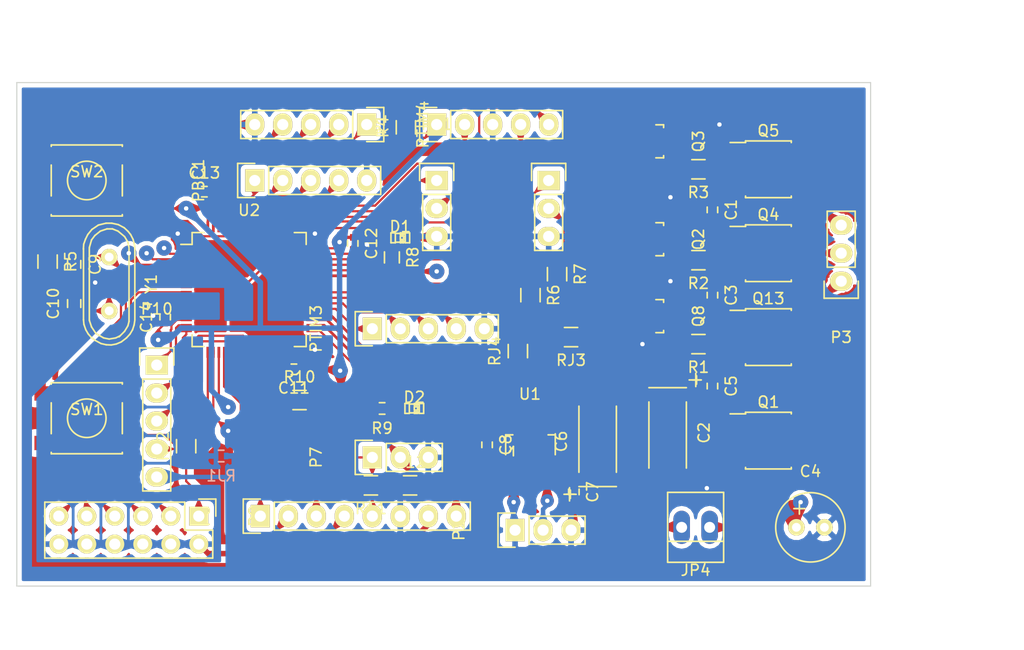
<source format=kicad_pcb>
(kicad_pcb (version 4) (host pcbnew "(2015-04-10 BZR 5591)-product")
  (layers (0 F.Cu signal) (31 B.Cu signal) (34 B.Paste user) (35 F.Paste user) (36 B.SilkS user) (37 F.SilkS user) (38 B.Mask user) (39 F.Mask user) (44 Edge.Cuts user))
  (net 0 "")
  (net 1 +12V)
  (net 2 GND)
  (net 3 "Net-(Q3-Pad3)")
  (net 4 "Net-(Q13-Pad4)")
  (net 5 "Net-(C10-Pad1)")
  (net 6 /VMOT)
  (net 7 +3.3VP)
  (net 8 "Net-(C9-Pad1)")
  (net 9 GNDA)
  (net 10 "Net-(D1-Pad1)")
  (net 11 "Net-(D2-Pad1)")
  (net 12 /STM32/M1B)
  (net 13 /STM32/TXD3)
  (net 14 /STM32/M1C)
  (net 15 /STM32/RXD3)
  (net 16 /STM32/SWDCLK)
  (net 17 /STM32/SWDIO)
  (net 18 /STM32/~RESET)
  (net 19 /MOTORA)
  (net 20 /MOTORB)
  (net 21 /MOTORC)
  (net 22 "Net-(P4-Pad1)")
  (net 23 "Net-(P4-Pad2)")
  (net 24 /STM32/PC13)
  (net 25 /STM32/PC14)
  (net 26 /STM32/PB1)
  (net 27 /STM32/PC15)
  (net 28 /STM32/PB3)
  (net 29 /STM32/PC12)
  (net 30 /STM32/PB4)
  (net 31 /STM32/PA11)
  (net 32 /STM32/PB5)
  (net 33 /STM32/SPI1_MISO)
  (net 34 /STM32/SPI1_SCK)
  (net 35 /STM32/SPI1_MOSI)
  (net 36 /STM32/~ADNS_CS)
  (net 37 /STM32/ADNS_MOT)
  (net 38 /STM32/SCL)
  (net 39 /STM32/SDA)
  (net 40 /STM32/TIM2_1)
  (net 41 /STM32/TIM2_2)
  (net 42 /STM32/TIM2_3)
  (net 43 /STM32/TIM2_4)
  (net 44 /STM32/TIM3_1)
  (net 45 /STM32/TIM3_2)
  (net 46 /STM32/TIM3_3)
  (net 47 /STM32/TIM3_4)
  (net 48 /STM32/TIM4_1)
  (net 49 /STM32/TIM4_2)
  (net 50 /STM32/TIM4_3)
  (net 51 /STM32/TIM4_4)
  (net 52 /STM32/ANAL1)
  (net 53 /STM32/ANAL2)
  (net 54 /STM32/ANAL3)
  (net 55 /STM32/ANAL4)
  (net 56 /STM32/ANAL5)
  (net 57 /STM32/ANAL6)
  (net 58 "Net-(Q2-Pad3)")
  (net 59 /STM32/~M1B)
  (net 60 /STM32/~M1C)
  (net 61 /STM32/M1A)
  (net 62 /STM32/~M1A)
  (net 63 "Net-(R5-Pad1)")
  (net 64 /STM32/LED2)
  (net 65 /STM32/LED1)
  (net 66 "Net-(R10-Pad1)")
  (net 67 "Net-(U2-Pad1)")
  (net 68 "Net-(U2-Pad50)")
  (net 69 "Net-(U2-Pad54)")
  (net 70 /STM32/ANAL6x)
  (net 71 "Net-(C4-Pad1)")
  (net 72 /STM32/M1B_0)
  (net 73 "Net-(RJ4-Pad2)")
  (module stm32-kicad:LQFP-64_10x10mm_Pitch0.5mm-nokeepout (layer F.Cu) (at 94.742 78.486)
    (fp_text reference U2 (at 0 -7.2) (layer F.SilkS))
    (fp_text value STM32F103RB)
    (pad 1 smd rect (at -5.7 -3.75) (size 1 0.25) (layers F.Cu F.Paste F.Mask) (net 67 "Net-(U2-Pad1)"))
    (pad 2 smd rect (at -5.7 -3.25) (size 1 0.25) (layers F.Cu F.Paste F.Mask) (net 24 /STM32/PC13))
    (pad 3 smd rect (at -5.7 -2.75) (size 1 0.25) (layers F.Cu F.Paste F.Mask) (net 25 /STM32/PC14))
    (pad 4 smd rect (at -5.7 -2.25) (size 1 0.25) (layers F.Cu F.Paste F.Mask) (net 27 /STM32/PC15))
    (pad 5 smd rect (at -5.7 -1.75) (size 1 0.25) (layers F.Cu F.Paste F.Mask) (net 8 "Net-(C9-Pad1)"))
    (pad 6 smd rect (at -5.7 -1.25) (size 1 0.25) (layers F.Cu F.Paste F.Mask) (net 5 "Net-(C10-Pad1)"))
    (pad 7 smd rect (at -5.7 -0.75) (size 1 0.25) (layers F.Cu F.Paste F.Mask) (net 18 /STM32/~RESET))
    (pad 8 smd rect (at -5.7 -0.25) (size 1 0.25) (layers F.Cu F.Paste F.Mask) (net 52 /STM32/ANAL1))
    (pad 9 smd rect (at -5.7 0.25) (size 1 0.25) (layers F.Cu F.Paste F.Mask) (net 53 /STM32/ANAL2))
    (pad 10 smd rect (at -5.7 0.75) (size 1 0.25) (layers F.Cu F.Paste F.Mask) (net 54 /STM32/ANAL3))
    (pad 11 smd rect (at -5.7 1.25) (size 1 0.25) (layers F.Cu F.Paste F.Mask) (net 55 /STM32/ANAL4))
    (pad 12 smd rect (at -5.7 1.75) (size 1 0.25) (layers F.Cu F.Paste F.Mask) (net 9 GNDA))
    (pad 13 smd rect (at -5.7 2.25) (size 1 0.25) (layers F.Cu F.Paste F.Mask) (net 7 +3.3VP))
    (pad 14 smd rect (at -5.7 2.75) (size 1 0.25) (layers F.Cu F.Paste F.Mask) (net 40 /STM32/TIM2_1))
    (pad 15 smd rect (at -5.7 3.25) (size 1 0.25) (layers F.Cu F.Paste F.Mask) (net 41 /STM32/TIM2_2))
    (pad 16 smd rect (at -5.7 3.75) (size 1 0.25) (layers F.Cu F.Paste F.Mask) (net 42 /STM32/TIM2_3))
    (pad 17 smd rect (at -3.75 5.7 90) (size 1 0.25) (layers F.Cu F.Paste F.Mask) (net 43 /STM32/TIM2_4))
    (pad 18 smd rect (at -3.25 5.7 90) (size 1 0.25) (layers F.Cu F.Paste F.Mask) (net 2 GND))
    (pad 19 smd rect (at -2.75 5.7 90) (size 1 0.25) (layers F.Cu F.Paste F.Mask) (net 7 +3.3VP))
    (pad 20 smd rect (at -2.25 5.7 90) (size 1 0.25) (layers F.Cu F.Paste F.Mask) (net 36 /STM32/~ADNS_CS))
    (pad 21 smd rect (at -1.75 5.7 90) (size 1 0.25) (layers F.Cu F.Paste F.Mask) (net 34 /STM32/SPI1_SCK))
    (pad 22 smd rect (at -1.25 5.7 90) (size 1 0.25) (layers F.Cu F.Paste F.Mask) (net 33 /STM32/SPI1_MISO))
    (pad 23 smd rect (at -0.75 5.7 90) (size 1 0.25) (layers F.Cu F.Paste F.Mask) (net 35 /STM32/SPI1_MOSI))
    (pad 24 smd rect (at -0.25 5.7 90) (size 1 0.25) (layers F.Cu F.Paste F.Mask) (net 56 /STM32/ANAL5))
    (pad 25 smd rect (at 0.25 5.7 90) (size 1 0.25) (layers F.Cu F.Paste F.Mask) (net 57 /STM32/ANAL6))
    (pad 26 smd rect (at 0.75 5.7 90) (size 1 0.25) (layers F.Cu F.Paste F.Mask) (net 37 /STM32/ADNS_MOT))
    (pad 27 smd rect (at 1.25 5.7 90) (size 1 0.25) (layers F.Cu F.Paste F.Mask) (net 26 /STM32/PB1))
    (pad 28 smd rect (at 1.75 5.7 90) (size 1 0.25) (layers F.Cu F.Paste F.Mask) (net 66 "Net-(R10-Pad1)"))
    (pad 29 smd rect (at 2.25 5.7 90) (size 1 0.25) (layers F.Cu F.Paste F.Mask) (net 38 /STM32/SCL))
    (pad 30 smd rect (at 2.75 5.7 90) (size 1 0.25) (layers F.Cu F.Paste F.Mask) (net 39 /STM32/SDA))
    (pad 31 smd rect (at 3.25 5.7 90) (size 1 0.25) (layers F.Cu F.Paste F.Mask) (net 2 GND))
    (pad 32 smd rect (at 3.75 5.7 90) (size 1 0.25) (layers F.Cu F.Paste F.Mask) (net 7 +3.3VP))
    (pad 33 smd rect (at 5.7 3.75) (size 1 0.25) (layers F.Cu F.Paste F.Mask) (net 65 /STM32/LED1))
    (pad 34 smd rect (at 5.7 3.25) (size 1 0.25) (layers F.Cu F.Paste F.Mask) (net 62 /STM32/~M1A))
    (pad 35 smd rect (at 5.7 2.75) (size 1 0.25) (layers F.Cu F.Paste F.Mask) (net 59 /STM32/~M1B))
    (pad 36 smd rect (at 5.7 2.25) (size 1 0.25) (layers F.Cu F.Paste F.Mask) (net 60 /STM32/~M1C))
    (pad 37 smd rect (at 5.7 1.75) (size 1 0.25) (layers F.Cu F.Paste F.Mask) (net 44 /STM32/TIM3_1))
    (pad 38 smd rect (at 5.7 1.25) (size 1 0.25) (layers F.Cu F.Paste F.Mask) (net 45 /STM32/TIM3_2))
    (pad 39 smd rect (at 5.7 0.75) (size 1 0.25) (layers F.Cu F.Paste F.Mask) (net 46 /STM32/TIM3_3))
    (pad 40 smd rect (at 5.7 0.25) (size 1 0.25) (layers F.Cu F.Paste F.Mask) (net 47 /STM32/TIM3_4))
    (pad 41 smd rect (at 5.7 -0.25) (size 1 0.25) (layers F.Cu F.Paste F.Mask) (net 73 "Net-(RJ4-Pad2)"))
    (pad 42 smd rect (at 5.7 -0.75) (size 1 0.25) (layers F.Cu F.Paste F.Mask) (net 72 /STM32/M1B_0))
    (pad 43 smd rect (at 5.7 -1.25) (size 1 0.25) (layers F.Cu F.Paste F.Mask) (net 14 /STM32/M1C))
    (pad 44 smd rect (at 5.7 -1.75) (size 1 0.25) (layers F.Cu F.Paste F.Mask) (net 31 /STM32/PA11))
    (pad 45 smd rect (at 5.7 -2.25) (size 1 0.25) (layers F.Cu F.Paste F.Mask) (net 64 /STM32/LED2))
    (pad 46 smd rect (at 5.7 -2.75) (size 1 0.25) (layers F.Cu F.Paste F.Mask) (net 17 /STM32/SWDIO))
    (pad 47 smd rect (at 5.7 -3.25) (size 1 0.25) (layers F.Cu F.Paste F.Mask) (net 2 GND))
    (pad 48 smd rect (at 5.7 -3.75) (size 1 0.25) (layers F.Cu F.Paste F.Mask) (net 7 +3.3VP))
    (pad 49 smd rect (at 3.75 -5.7 90) (size 1 0.25) (layers F.Cu F.Paste F.Mask) (net 16 /STM32/SWDCLK))
    (pad 50 smd rect (at 3.25 -5.7 90) (size 1 0.25) (layers F.Cu F.Paste F.Mask) (net 68 "Net-(U2-Pad50)"))
    (pad 51 smd rect (at 2.75 -5.7 90) (size 1 0.25) (layers F.Cu F.Paste F.Mask) (net 13 /STM32/TXD3))
    (pad 52 smd rect (at 2.25 -5.7 90) (size 1 0.25) (layers F.Cu F.Paste F.Mask) (net 15 /STM32/RXD3))
    (pad 53 smd rect (at 1.75 -5.7 90) (size 1 0.25) (layers F.Cu F.Paste F.Mask) (net 29 /STM32/PC12))
    (pad 54 smd rect (at 1.25 -5.7 90) (size 1 0.25) (layers F.Cu F.Paste F.Mask) (net 69 "Net-(U2-Pad54)"))
    (pad 55 smd rect (at 0.75 -5.7 90) (size 1 0.25) (layers F.Cu F.Paste F.Mask) (net 28 /STM32/PB3))
    (pad 56 smd rect (at 0.25 -5.7 90) (size 1 0.25) (layers F.Cu F.Paste F.Mask) (net 30 /STM32/PB4))
    (pad 57 smd rect (at -0.25 -5.7 90) (size 1 0.25) (layers F.Cu F.Paste F.Mask) (net 32 /STM32/PB5))
    (pad 58 smd rect (at -0.75 -5.7 90) (size 1 0.25) (layers F.Cu F.Paste F.Mask) (net 48 /STM32/TIM4_1))
    (pad 59 smd rect (at -1.25 -5.7 90) (size 1 0.25) (layers F.Cu F.Paste F.Mask) (net 49 /STM32/TIM4_2))
    (pad 60 smd rect (at -1.75 -5.7 90) (size 1 0.25) (layers F.Cu F.Paste F.Mask) (net 63 "Net-(R5-Pad1)"))
    (pad 61 smd rect (at -2.25 -5.7 90) (size 1 0.25) (layers F.Cu F.Paste F.Mask) (net 50 /STM32/TIM4_3))
    (pad 62 smd rect (at -2.75 -5.7 90) (size 1 0.25) (layers F.Cu F.Paste F.Mask) (net 51 /STM32/TIM4_4))
    (pad 63 smd rect (at -3.25 -5.7 90) (size 1 0.25) (layers F.Cu F.Paste F.Mask) (net 2 GND))
    (pad 64 smd rect (at -3.75 -5.7 90) (size 1 0.25) (layers F.Cu F.Paste F.Mask) (net 7 +3.3VP))
  )
  (module Housings_SOIC:SOIC-8_3.9x4.9mm_Pitch1.27mm (layer F.Cu) (at 141.859 75.184)
    (fp_text reference Q4 (at 0 -3.5) (layer F.SilkS))
    (fp_text value IRF7343PBF)
    (pad 1 smd rect (at -2.7 -1.905) (size 1.55 0.6) (layers F.Cu F.Paste F.Mask) (net 2 GND))
    (pad 2 smd rect (at -2.7 -0.635) (size 1.55 0.6) (layers F.Cu F.Paste F.Mask) (net 59 /STM32/~M1B))
    (pad 3 smd rect (at -2.7 0.635) (size 1.55 0.6) (layers F.Cu F.Paste F.Mask) (net 6 /VMOT))
    (pad 4 smd rect (at -2.7 1.905) (size 1.55 0.6) (layers F.Cu F.Paste F.Mask) (net 58 "Net-(Q2-Pad3)"))
    (pad 5 smd rect (at 2.7 1.905) (size 1.55 0.6) (layers F.Cu F.Paste F.Mask) (net 20 /MOTORB))
    (pad 6 smd rect (at 2.7 0.635) (size 1.55 0.6) (layers F.Cu F.Paste F.Mask) (net 20 /MOTORB))
    (pad 7 smd rect (at 2.7 -0.635) (size 1.55 0.6) (layers F.Cu F.Paste F.Mask) (net 20 /MOTORB))
    (pad 8 smd rect (at 2.7 -1.905) (size 1.55 0.6) (layers F.Cu F.Paste F.Mask) (net 20 /MOTORB))
  )
  (module Pin_Headers:Pin_Header_Straight_1x03 (layer F.Cu) (at 105.918 93.726 90)
    (fp_text reference P7 (at 0 -5.1 90) (layer F.SilkS))
    (fp_text value CONN_01X03)
    (pad 1 thru_hole rect (at 0 0 90) (size 2.032 1.7272) (drill 1.016) (layers *.Cu *.Mask F.SilkS) (net 38 /STM32/SCL))
    (pad 2 thru_hole oval (at 0 2.54 90) (size 2.032 1.7272) (drill 1.016) (layers *.Cu *.Mask F.SilkS) (net 39 /STM32/SDA))
    (pad 3 thru_hole oval (at 0 5.08 90) (size 2.032 1.7272) (drill 1.016) (layers *.Cu *.Mask F.SilkS) (net 2 GND))
  )
  (module Resistors_SMD:R_0805 (layer F.Cu) (at 120.269 78.994 270)
    (fp_text reference R6 (at 0 -2.1 270) (layer F.SilkS))
    (fp_text value 1K)
    (pad 1 smd rect (at -0.95 0 270) (size 0.7 1.3) (layers F.Cu F.Paste F.Mask) (net 22 "Net-(P4-Pad1)"))
    (pad 2 smd rect (at 0.95 0 270) (size 0.7 1.3) (layers F.Cu F.Paste F.Mask) (net 72 /STM32/M1B_0))
  )
  (module Housings_SOIC:SOIC-8_3.9x4.9mm_Pitch1.27mm (layer F.Cu) (at 141.859 67.564)
    (fp_text reference Q5 (at 0 -3.5) (layer F.SilkS))
    (fp_text value IRF7343PBF)
    (pad 1 smd rect (at -2.7 -1.905) (size 1.55 0.6) (layers F.Cu F.Paste F.Mask) (net 2 GND))
    (pad 2 smd rect (at -2.7 -0.635) (size 1.55 0.6) (layers F.Cu F.Paste F.Mask) (net 60 /STM32/~M1C))
    (pad 3 smd rect (at -2.7 0.635) (size 1.55 0.6) (layers F.Cu F.Paste F.Mask) (net 6 /VMOT))
    (pad 4 smd rect (at -2.7 1.905) (size 1.55 0.6) (layers F.Cu F.Paste F.Mask) (net 3 "Net-(Q3-Pad3)"))
    (pad 5 smd rect (at 2.7 1.905) (size 1.55 0.6) (layers F.Cu F.Paste F.Mask) (net 21 /MOTORC))
    (pad 6 smd rect (at 2.7 0.635) (size 1.55 0.6) (layers F.Cu F.Paste F.Mask) (net 21 /MOTORC))
    (pad 7 smd rect (at 2.7 -0.635) (size 1.55 0.6) (layers F.Cu F.Paste F.Mask) (net 21 /MOTORC))
    (pad 8 smd rect (at 2.7 -1.905) (size 1.55 0.6) (layers F.Cu F.Paste F.Mask) (net 21 /MOTORC))
  )
  (module Capacitors_Elko_ThroughHole:Elko_vert_11.2x6.3mm_RM2.5_CopperClear (layer F.Cu) (at 144.399 100.076)
    (fp_text reference C4 (at 1.27 -5.08) (layer F.SilkS))
    (fp_text value 4.7)
    (pad 2 thru_hole circle (at 2.54 0) (size 1.50114 1.50114) (drill 0.8001) (layers *.Cu *.Mask F.SilkS) (net 2 GND))
    (pad 1 thru_hole circle (at 0 0) (size 1.50114 1.50114) (drill 0.8001) (layers *.Cu *.Mask F.SilkS) (net 71 "Net-(C4-Pad1)"))
  )
  (module Capacitors_SMD:C_0603 (layer F.Cu) (at 78.867 76.2 270)
    (fp_text reference C9 (at 0 -1.9 270) (layer F.SilkS))
    (fp_text value 20)
    (pad 1 smd rect (at -0.75 0 270) (size 0.8 0.75) (layers F.Cu F.Paste F.Mask) (net 8 "Net-(C9-Pad1)"))
    (pad 2 smd rect (at 0.75 0 270) (size 0.8 0.75) (layers F.Cu F.Paste F.Mask) (net 2 GND))
  )
  (module LEDs:LED-0603 (layer F.Cu) (at 108.458 73.787)
    (fp_text reference D1 (at 0 -1.016) (layer F.SilkS))
    (fp_text value LED)
    (pad 1 smd rect (at -0.7493 0) (size 0.79756 0.79756) (layers F.Cu F.Paste F.Mask) (net 10 "Net-(D1-Pad1)"))
    (pad 2 smd rect (at 0.7493 0) (size 0.79756 0.79756) (layers F.Cu F.Paste F.Mask) (net 2 GND))
  )
  (module LEDs:LED-0603 (layer F.Cu) (at 109.728 89.281)
    (fp_text reference D2 (at 0 -1.016) (layer F.SilkS))
    (fp_text value LED)
    (pad 1 smd rect (at -0.7493 0) (size 0.79756 0.79756) (layers F.Cu F.Paste F.Mask) (net 11 "Net-(D2-Pad1)"))
    (pad 2 smd rect (at 0.7493 0) (size 0.79756 0.79756) (layers F.Cu F.Paste F.Mask) (net 2 GND))
  )
  (module Pin_Headers:Pin_Header_Straight_1x03 (layer F.Cu) (at 118.872 100.33 90)
    (fp_text reference P2 (at 0 -5.1 90) (layer F.SilkS))
    (fp_text value CONN_01X03)
    (pad 1 thru_hole rect (at 0 0 90) (size 2.032 1.7272) (drill 1.016) (layers *.Cu *.Mask F.SilkS) (net 2 GND))
    (pad 2 thru_hole oval (at 0 2.54 90) (size 2.032 1.7272) (drill 1.016) (layers *.Cu *.Mask F.SilkS) (net 1 +12V))
    (pad 3 thru_hole oval (at 0 5.08 90) (size 2.032 1.7272) (drill 1.016) (layers *.Cu *.Mask F.SilkS) (net 2 GND))
  )
  (module Pin_Headers:Pin_Header_Straight_1x03 (layer F.Cu) (at 148.463 77.724 180)
    (fp_text reference P3 (at 0 -5.1 180) (layer F.SilkS))
    (fp_text value CONN_01X03)
    (pad 1 thru_hole oval (at 0 0 180) (size 2.032 1.7272) (drill 1.016) (layers *.Cu *.Mask F.SilkS) (net 19 /MOTORA))
    (pad 2 thru_hole oval (at 0 2.54 180) (size 2.032 1.7272) (drill 1.016) (layers *.Cu *.Mask F.SilkS) (net 20 /MOTORB))
    (pad 3 thru_hole oval (at 0 5.08 180) (size 2.032 1.7272) (drill 1.016) (layers *.Cu *.Mask F.SilkS) (net 21 /MOTORC))
  )
  (module Pin_Headers:Pin_Header_Straight_1x03 (layer F.Cu) (at 121.92 68.58)
    (fp_text reference P4 (at 0 -5.1) (layer F.SilkS))
    (fp_text value CONN_01X03)
    (pad 1 thru_hole rect (at 0 0) (size 2.032 1.7272) (drill 1.016) (layers *.Cu *.Mask F.SilkS) (net 22 "Net-(P4-Pad1)"))
    (pad 2 thru_hole oval (at 0 2.54) (size 2.032 1.7272) (drill 1.016) (layers *.Cu *.Mask F.SilkS) (net 23 "Net-(P4-Pad2)"))
    (pad 3 thru_hole oval (at 0 5.08) (size 2.032 1.7272) (drill 1.016) (layers *.Cu *.Mask F.SilkS) (net 2 GND))
  )
  (module Pin_Headers:Pin_Header_Straight_1x08 (layer F.Cu) (at 95.758 99.06 90)
    (fp_text reference P6 (at 0 -5.1 90) (layer F.SilkS))
    (fp_text value CONN_01X08)
    (pad 1 thru_hole rect (at 0 0 90) (size 2.032 1.7272) (drill 1.016) (layers *.Cu *.Mask F.SilkS) (net 33 /STM32/SPI1_MISO))
    (pad 2 thru_hole oval (at 0 2.54 90) (size 2.032 1.7272) (drill 1.016) (layers *.Cu *.Mask F.SilkS) (net 34 /STM32/SPI1_SCK))
    (pad 3 thru_hole oval (at 0 5.08 90) (size 2.032 1.7272) (drill 1.016) (layers *.Cu *.Mask F.SilkS) (net 35 /STM32/SPI1_MOSI))
    (pad 4 thru_hole oval (at 0 7.62 90) (size 2.032 1.7272) (drill 1.016) (layers *.Cu *.Mask F.SilkS) (net 36 /STM32/~ADNS_CS))
    (pad 5 thru_hole oval (at 0 10.16 90) (size 2.032 1.7272) (drill 1.016) (layers *.Cu *.Mask F.SilkS) (net 37 /STM32/ADNS_MOT))
    (pad 6 thru_hole oval (at 0 12.7 90) (size 2.032 1.7272) (drill 1.016) (layers *.Cu *.Mask F.SilkS) (net 2 GND))
    (pad 7 thru_hole oval (at 0 15.24 90) (size 2.032 1.7272) (drill 1.016) (layers *.Cu *.Mask F.SilkS) (net 9 GNDA))
    (pad 8 thru_hole oval (at 0 17.78 90) (size 2.032 1.7272) (drill 1.016) (layers *.Cu *.Mask F.SilkS) (net 7 +3.3VP))
  )
  (module Pin_Headers:Pin_Header_Straight_2x06 (layer F.Cu) (at 90.17 99.06 270)
    (fp_text reference P9 (at 0 -5.1 270) (layer F.SilkS))
    (fp_text value CONN_02X06)
    (pad 1 thru_hole rect (at 0 0 270) (size 1.7272 1.7272) (drill 1.016) (layers *.Cu *.Mask F.SilkS) (net 70 /STM32/ANAL6x))
    (pad 2 thru_hole oval (at 2.54 0 270) (size 1.7272 1.7272) (drill 1.016) (layers *.Cu *.Mask F.SilkS) (net 9 GNDA))
    (pad 3 thru_hole oval (at 0 2.54 270) (size 1.7272 1.7272) (drill 1.016) (layers *.Cu *.Mask F.SilkS) (net 56 /STM32/ANAL5))
    (pad 4 thru_hole oval (at 2.54 2.54 270) (size 1.7272 1.7272) (drill 1.016) (layers *.Cu *.Mask F.SilkS) (net 9 GNDA))
    (pad 5 thru_hole oval (at 0 5.08 270) (size 1.7272 1.7272) (drill 1.016) (layers *.Cu *.Mask F.SilkS) (net 55 /STM32/ANAL4))
    (pad 6 thru_hole oval (at 2.54 5.08 270) (size 1.7272 1.7272) (drill 1.016) (layers *.Cu *.Mask F.SilkS) (net 9 GNDA))
    (pad 7 thru_hole oval (at 0 7.62 270) (size 1.7272 1.7272) (drill 1.016) (layers *.Cu *.Mask F.SilkS) (net 54 /STM32/ANAL3))
    (pad 8 thru_hole oval (at 2.54 7.62 270) (size 1.7272 1.7272) (drill 1.016) (layers *.Cu *.Mask F.SilkS) (net 9 GNDA))
    (pad 9 thru_hole oval (at 0 10.16 270) (size 1.7272 1.7272) (drill 1.016) (layers *.Cu *.Mask F.SilkS) (net 53 /STM32/ANAL2))
    (pad 10 thru_hole oval (at 2.54 10.16 270) (size 1.7272 1.7272) (drill 1.016) (layers *.Cu *.Mask F.SilkS) (net 9 GNDA))
    (pad 11 thru_hole oval (at 0 12.7 270) (size 1.7272 1.7272) (drill 1.016) (layers *.Cu *.Mask F.SilkS) (net 52 /STM32/ANAL1))
    (pad 12 thru_hole oval (at 2.54 12.7 270) (size 1.7272 1.7272) (drill 1.016) (layers *.Cu *.Mask F.SilkS) (net 9 GNDA))
  )
  (module Housings_SOIC:SOIC-8_3.9x4.9mm_Pitch1.27mm (layer F.Cu) (at 141.859 92.202)
    (fp_text reference Q1 (at 0 -3.5) (layer F.SilkS))
    (fp_text value FDS6675)
    (pad 1 smd rect (at -2.7 -1.905) (size 1.55 0.6) (layers F.Cu F.Paste F.Mask) (net 6 /VMOT))
    (pad 2 smd rect (at -2.7 -0.635) (size 1.55 0.6) (layers F.Cu F.Paste F.Mask) (net 6 /VMOT))
    (pad 3 smd rect (at -2.7 0.635) (size 1.55 0.6) (layers F.Cu F.Paste F.Mask) (net 6 /VMOT))
    (pad 4 smd rect (at -2.7 1.905) (size 1.55 0.6) (layers F.Cu F.Paste F.Mask) (net 2 GND))
    (pad 5 smd rect (at 2.7 1.905) (size 1.55 0.6) (layers F.Cu F.Paste F.Mask) (net 71 "Net-(C4-Pad1)"))
    (pad 6 smd rect (at 2.7 0.635) (size 1.55 0.6) (layers F.Cu F.Paste F.Mask) (net 71 "Net-(C4-Pad1)"))
    (pad 7 smd rect (at 2.7 -0.635) (size 1.55 0.6) (layers F.Cu F.Paste F.Mask) (net 71 "Net-(C4-Pad1)"))
    (pad 8 smd rect (at 2.7 -1.905) (size 1.55 0.6) (layers F.Cu F.Paste F.Mask) (net 71 "Net-(C4-Pad1)"))
  )
  (module Housings_SOT-23_SOT-143_TSOT-6:SOT-23_Handsoldering (layer F.Cu) (at 131.699 73.914 270)
    (fp_text reference Q2 (at 0 -3.81 270) (layer F.SilkS))
    (fp_text value IRLML2502)
    (pad 1 smd rect (at -0.95 1.50114 270) (size 0.8001 1.80086) (layers F.Cu F.Paste F.Mask) (net 12 /STM32/M1B))
    (pad 2 smd rect (at 0.95 1.50114 270) (size 0.8001 1.80086) (layers F.Cu F.Paste F.Mask) (net 2 GND))
    (pad 3 smd rect (at 0 -1.50114 270) (size 0.8001 1.80086) (layers F.Cu F.Paste F.Mask) (net 58 "Net-(Q2-Pad3)"))
  )
  (module Housings_SOT-23_SOT-143_TSOT-6:SOT-23_Handsoldering (layer F.Cu) (at 131.699 65.024 270)
    (fp_text reference Q3 (at 0 -3.81 270) (layer F.SilkS))
    (fp_text value IRLML2502)
    (pad 1 smd rect (at -0.95 1.50114 270) (size 0.8001 1.80086) (layers F.Cu F.Paste F.Mask) (net 14 /STM32/M1C))
    (pad 2 smd rect (at 0.95 1.50114 270) (size 0.8001 1.80086) (layers F.Cu F.Paste F.Mask) (net 2 GND))
    (pad 3 smd rect (at 0 -1.50114 270) (size 0.8001 1.80086) (layers F.Cu F.Paste F.Mask) (net 3 "Net-(Q3-Pad3)"))
  )
  (module Housings_SOT-23_SOT-143_TSOT-6:SOT-23_Handsoldering (layer F.Cu) (at 131.699 80.899 270)
    (fp_text reference Q8 (at 0 -3.81 270) (layer F.SilkS))
    (fp_text value IRLML2502)
    (pad 1 smd rect (at -0.95 1.50114 270) (size 0.8001 1.80086) (layers F.Cu F.Paste F.Mask) (net 61 /STM32/M1A))
    (pad 2 smd rect (at 0.95 1.50114 270) (size 0.8001 1.80086) (layers F.Cu F.Paste F.Mask) (net 2 GND))
    (pad 3 smd rect (at 0 -1.50114 270) (size 0.8001 1.80086) (layers F.Cu F.Paste F.Mask) (net 4 "Net-(Q13-Pad4)"))
  )
  (module Housings_SOIC:SOIC-8_3.9x4.9mm_Pitch1.27mm (layer F.Cu) (at 141.859 82.804)
    (fp_text reference Q13 (at 0 -3.5) (layer F.SilkS))
    (fp_text value IRF7343PBF)
    (pad 1 smd rect (at -2.7 -1.905) (size 1.55 0.6) (layers F.Cu F.Paste F.Mask) (net 2 GND))
    (pad 2 smd rect (at -2.7 -0.635) (size 1.55 0.6) (layers F.Cu F.Paste F.Mask) (net 62 /STM32/~M1A))
    (pad 3 smd rect (at -2.7 0.635) (size 1.55 0.6) (layers F.Cu F.Paste F.Mask) (net 6 /VMOT))
    (pad 4 smd rect (at -2.7 1.905) (size 1.55 0.6) (layers F.Cu F.Paste F.Mask) (net 4 "Net-(Q13-Pad4)"))
    (pad 5 smd rect (at 2.7 1.905) (size 1.55 0.6) (layers F.Cu F.Paste F.Mask) (net 19 /MOTORA))
    (pad 6 smd rect (at 2.7 0.635) (size 1.55 0.6) (layers F.Cu F.Paste F.Mask) (net 19 /MOTORA))
    (pad 7 smd rect (at 2.7 -0.635) (size 1.55 0.6) (layers F.Cu F.Paste F.Mask) (net 19 /MOTORA))
    (pad 8 smd rect (at 2.7 -1.905) (size 1.55 0.6) (layers F.Cu F.Paste F.Mask) (net 19 /MOTORA))
  )
  (module Resistors_SMD:R_0805 (layer F.Cu) (at 135.509 83.439 180)
    (fp_text reference R1 (at 0 -2.1 180) (layer F.SilkS))
    (fp_text value 330)
    (pad 1 smd rect (at -0.95 0 180) (size 0.7 1.3) (layers F.Cu F.Paste F.Mask) (net 6 /VMOT))
    (pad 2 smd rect (at 0.95 0 180) (size 0.7 1.3) (layers F.Cu F.Paste F.Mask) (net 4 "Net-(Q13-Pad4)"))
  )
  (module Resistors_SMD:R_0805 (layer F.Cu) (at 135.509 75.819 180)
    (fp_text reference R2 (at 0 -2.1 180) (layer F.SilkS))
    (fp_text value 330)
    (pad 1 smd rect (at -0.95 0 180) (size 0.7 1.3) (layers F.Cu F.Paste F.Mask) (net 6 /VMOT))
    (pad 2 smd rect (at 0.95 0 180) (size 0.7 1.3) (layers F.Cu F.Paste F.Mask) (net 58 "Net-(Q2-Pad3)"))
  )
  (module Resistors_SMD:R_0805 (layer F.Cu) (at 135.509 67.564 180)
    (fp_text reference R3 (at 0 -2.1 180) (layer F.SilkS))
    (fp_text value 330)
    (pad 1 smd rect (at -0.95 0 180) (size 0.7 1.3) (layers F.Cu F.Paste F.Mask) (net 6 /VMOT))
    (pad 2 smd rect (at 0.95 0 180) (size 0.7 1.3) (layers F.Cu F.Paste F.Mask) (net 3 "Net-(Q3-Pad3)"))
  )
  (module Resistors_SMD:R_0805 (layer F.Cu) (at 108.966 63.754 90)
    (fp_text reference R4 (at 0 -2.1 90) (layer F.SilkS))
    (fp_text value 10K)
    (pad 1 smd rect (at -0.95 0 90) (size 0.7 1.3) (layers F.Cu F.Paste F.Mask) (net 7 +3.3VP))
    (pad 2 smd rect (at 0.95 0 90) (size 0.7 1.3) (layers F.Cu F.Paste F.Mask) (net 18 /STM32/~RESET))
  )
  (module Resistors_SMD:R_0805 (layer F.Cu) (at 76.454 75.946 270)
    (fp_text reference R5 (at 0 -2.1 270) (layer F.SilkS))
    (fp_text value 10K)
    (pad 1 smd rect (at -0.95 0 270) (size 0.7 1.3) (layers F.Cu F.Paste F.Mask) (net 63 "Net-(R5-Pad1)"))
    (pad 2 smd rect (at 0.95 0 270) (size 0.7 1.3) (layers F.Cu F.Paste F.Mask) (net 2 GND))
  )
  (module Resistors_SMD:R_0805 (layer F.Cu) (at 122.682 77.089 270)
    (fp_text reference R7 (at 0 -2.1 270) (layer F.SilkS))
    (fp_text value 1K)
    (pad 1 smd rect (at -0.95 0 270) (size 0.7 1.3) (layers F.Cu F.Paste F.Mask) (net 23 "Net-(P4-Pad2)"))
    (pad 2 smd rect (at 0.95 0 270) (size 0.7 1.3) (layers F.Cu F.Paste F.Mask) (net 14 /STM32/M1C))
  )
  (module Resistors_SMD:R_0805 (layer F.Cu) (at 99.314 88.519)
    (fp_text reference R10 (at 0 -2.1) (layer F.SilkS))
    (fp_text value 10K)
    (pad 1 smd rect (at -0.95 0) (size 0.7 1.3) (layers F.Cu F.Paste F.Mask) (net 66 "Net-(R10-Pad1)"))
    (pad 2 smd rect (at 0.95 0) (size 0.7 1.3) (layers F.Cu F.Paste F.Mask) (net 2 GND))
  )
  (module Resistors_SMD:R_0805 (layer F.Cu) (at 105.791 96.266 180)
    (fp_text reference R11 (at 0 -2.1 180) (layer F.SilkS))
    (fp_text value 4K7)
    (pad 1 smd rect (at -0.95 0 180) (size 0.7 1.3) (layers F.Cu F.Paste F.Mask) (net 7 +3.3VP))
    (pad 2 smd rect (at 0.95 0 180) (size 0.7 1.3) (layers F.Cu F.Paste F.Mask) (net 38 /STM32/SCL))
  )
  (module Resistors_SMD:R_0805 (layer F.Cu) (at 109.347 96.266)
    (fp_text reference R12 (at 0 -2.1) (layer F.SilkS))
    (fp_text value 4K7)
    (pad 1 smd rect (at -0.95 0) (size 0.7 1.3) (layers F.Cu F.Paste F.Mask) (net 7 +3.3VP))
    (pad 2 smd rect (at 0.95 0) (size 0.7 1.3) (layers F.Cu F.Paste F.Mask) (net 39 /STM32/SDA))
  )
  (module Buttons_Switches_SMD:SW_SPST_PTS645 (layer F.Cu) (at 80.01 90.17)
    (fp_text reference SW1 (at 0 -0.8) (layer F.SilkS))
    (fp_text value SW_PUSH)
    (pad 2 smd rect (at -3.975 2.25) (size 1.55 1.3) (layers F.Cu F.Paste F.Mask) (net 18 /STM32/~RESET))
    (pad 1 smd rect (at -3.975 -2.25) (size 1.55 1.3) (layers F.Cu F.Paste F.Mask) (net 2 GND))
    (pad 1 smd rect (at 3.975 -2.25) (size 1.55 1.3) (layers F.Cu F.Paste F.Mask) (net 2 GND))
    (pad 2 smd rect (at 3.975 2.25) (size 1.55 1.3) (layers F.Cu F.Paste F.Mask) (net 18 /STM32/~RESET))
  )
  (module Buttons_Switches_SMD:SW_SPST_PTS645 (layer F.Cu) (at 80.01 68.58)
    (fp_text reference SW2 (at 0 -0.8) (layer F.SilkS))
    (fp_text value SW_PUSH)
    (pad 2 smd rect (at -3.975 2.25) (size 1.55 1.3) (layers F.Cu F.Paste F.Mask) (net 63 "Net-(R5-Pad1)"))
    (pad 1 smd rect (at -3.975 -2.25) (size 1.55 1.3) (layers F.Cu F.Paste F.Mask) (net 7 +3.3VP))
    (pad 1 smd rect (at 3.975 -2.25) (size 1.55 1.3) (layers F.Cu F.Paste F.Mask) (net 7 +3.3VP))
    (pad 2 smd rect (at 3.975 2.25) (size 1.55 1.3) (layers F.Cu F.Paste F.Mask) (net 63 "Net-(R5-Pad1)"))
  )
  (module Housings_SOT-89:SOT89-3_Housing_Handsoldering (layer F.Cu) (at 120.269 92.9767)
    (fp_text reference U1 (at -0.0508 -5.00126) (layer F.SilkS))
    (fp_text value NCP1117ST18T3G)
    (pad 1 smd rect (at -1.50114 2.35204) (size 1.00076 2.5019) (layers F.Cu F.Paste F.Mask) (net 2 GND))
    (pad 2 smd rect (at 0 2.35204) (size 1.00076 2.5019) (layers F.Cu F.Paste F.Mask) (net 7 +3.3VP))
    (pad 3 smd rect (at 1.50114 2.35204) (size 1.00076 2.5019) (layers F.Cu F.Paste F.Mask) (net 1 +12V))
    (pad 2 smd rect (at 0 -1.6002) (size 1.99898 4.0005) (layers F.Cu F.Paste F.Mask) (net 7 +3.3VP))
    (pad 2 smd trapezoid (at 0 0.7493 180) (size 1.50114 0.7493) (rect_delta 0 0.50038) (layers F.Cu F.Paste F.Mask) (net 7 +3.3VP))
  )
  (module Crystals:Crystal_HC49-U_Vertical (layer F.Cu) (at 82.042 77.978 270)
    (fp_text reference Y1 (at 0 -3.81 270) (layer F.SilkS))
    (fp_text value 8MHz)
    (pad 1 thru_hole circle (at -2.44094 0 270) (size 1.50114 1.50114) (drill 0.8001) (layers *.Cu *.Mask F.SilkS) (net 8 "Net-(C9-Pad1)"))
    (pad 2 thru_hole circle (at 2.44094 0 270) (size 1.50114 1.50114) (drill 0.8001) (layers *.Cu *.Mask F.SilkS) (net 5 "Net-(C10-Pad1)"))
  )
  (module Resistors_SMD:R_0402 (layer F.Cu) (at 106.807 89.281 180)
    (fp_text reference R9 (at 0 -1.8 180) (layer F.SilkS))
    (fp_text value 330)
    (pad 1 smd rect (at -0.45 0 180) (size 0.4 0.6) (layers F.Cu F.Paste F.Mask) (net 11 "Net-(D2-Pad1)"))
    (pad 2 smd rect (at 0.45 0 180) (size 0.4 0.6) (layers F.Cu F.Paste F.Mask) (net 65 /STM32/LED1))
  )
  (module Capacitors_Tantalum_SMD:TantalC_SizeC_EIA-6032_Reflow (layer F.Cu) (at 132.715 91.694 270)
    (fp_text reference C2 (at -0.20066 -3.29946 270) (layer F.SilkS))
    (fp_text value 10.0)
    (fp_text user + (at -4.99872 -2.55016 270) (layer F.SilkS))
    (pad 2 smd rect (at 2.52476 0 270) (size 2.55016 2.49936) (layers F.Cu F.Paste F.Mask) (net 2 GND))
    (pad 1 smd rect (at -2.52476 0 270) (size 2.55016 2.49936) (layers F.Cu F.Paste F.Mask) (net 6 /VMOT))
  )
  (module Capacitors_SMD:C_0603 (layer F.Cu) (at 78.867 79.756 90)
    (fp_text reference C10 (at 0 -1.9 90) (layer F.SilkS))
    (fp_text value 20)
    (pad 1 smd rect (at -0.75 0 90) (size 0.8 0.75) (layers F.Cu F.Paste F.Mask) (net 5 "Net-(C10-Pad1)"))
    (pad 2 smd rect (at 0.75 0 90) (size 0.8 0.75) (layers F.Cu F.Paste F.Mask) (net 2 GND))
  )
  (module Capacitors_SMD:C_0402 (layer F.Cu) (at 136.779 71.247 270)
    (fp_text reference C1 (at 0 -1.7 270) (layer F.SilkS))
    (fp_text value 0.1)
    (pad 1 smd rect (at -0.55 0 270) (size 0.6 0.5) (layers F.Cu F.Paste F.Mask) (net 6 /VMOT))
    (pad 2 smd rect (at 0.55 0 270) (size 0.6 0.5) (layers F.Cu F.Paste F.Mask) (net 2 GND))
  )
  (module Capacitors_SMD:C_0402 (layer F.Cu) (at 136.779 78.994 270)
    (fp_text reference C3 (at 0 -1.7 270) (layer F.SilkS))
    (fp_text value 0.1)
    (pad 1 smd rect (at -0.55 0 270) (size 0.6 0.5) (layers F.Cu F.Paste F.Mask) (net 6 /VMOT))
    (pad 2 smd rect (at 0.55 0 270) (size 0.6 0.5) (layers F.Cu F.Paste F.Mask) (net 2 GND))
  )
  (module Capacitors_SMD:C_0402 (layer F.Cu) (at 136.779 87.249 270)
    (fp_text reference C5 (at 0 -1.7 270) (layer F.SilkS))
    (fp_text value 0.1)
    (pad 1 smd rect (at -0.55 0 270) (size 0.6 0.5) (layers F.Cu F.Paste F.Mask) (net 6 /VMOT))
    (pad 2 smd rect (at 0.55 0 270) (size 0.6 0.5) (layers F.Cu F.Paste F.Mask) (net 2 GND))
  )
  (module Capacitors_SMD:C_0402 (layer F.Cu) (at 124.206 96.859 270)
    (fp_text reference C7 (at 0 -1.7 270) (layer F.SilkS))
    (fp_text value 0.1)
    (pad 1 smd rect (at -0.55 0 270) (size 0.6 0.5) (layers F.Cu F.Paste F.Mask) (net 1 +12V))
    (pad 2 smd rect (at 0.55 0 270) (size 0.6 0.5) (layers F.Cu F.Paste F.Mask) (net 2 GND))
  )
  (module Capacitors_SMD:C_0402 (layer F.Cu) (at 116.332 92.583 270)
    (fp_text reference C8 (at 0 -1.7 270) (layer F.SilkS))
    (fp_text value 0.1)
    (pad 1 smd rect (at -0.55 0 270) (size 0.6 0.5) (layers F.Cu F.Paste F.Mask) (net 7 +3.3VP))
    (pad 2 smd rect (at 0.55 0 270) (size 0.6 0.5) (layers F.Cu F.Paste F.Mask) (net 2 GND))
  )
  (module Capacitors_SMD:C_0402 (layer F.Cu) (at 98.806 85.725 180)
    (fp_text reference C11 (at 0 -1.7 180) (layer F.SilkS))
    (fp_text value 0.1)
    (pad 1 smd rect (at -0.55 0 180) (size 0.6 0.5) (layers F.Cu F.Paste F.Mask) (net 7 +3.3VP))
    (pad 2 smd rect (at 0.55 0 180) (size 0.6 0.5) (layers F.Cu F.Paste F.Mask) (net 2 GND))
  )
  (module Capacitors_SMD:C_0402 (layer F.Cu) (at 104.14 74.295 270)
    (fp_text reference C12 (at 0 -1.7 270) (layer F.SilkS))
    (fp_text value 0.1)
    (pad 1 smd rect (at -0.55 0 270) (size 0.6 0.5) (layers F.Cu F.Paste F.Mask) (net 7 +3.3VP))
    (pad 2 smd rect (at 0.55 0 270) (size 0.6 0.5) (layers F.Cu F.Paste F.Mask) (net 2 GND))
  )
  (module Capacitors_SMD:C_0402 (layer F.Cu) (at 90.678 69.596)
    (fp_text reference C13 (at 0 -1.7) (layer F.SilkS))
    (fp_text value 0.1)
    (pad 1 smd rect (at -0.55 0) (size 0.6 0.5) (layers F.Cu F.Paste F.Mask) (net 7 +3.3VP))
    (pad 2 smd rect (at 0.55 0) (size 0.6 0.5) (layers F.Cu F.Paste F.Mask) (net 2 GND))
  )
  (module Capacitors_SMD:C_0402 (layer F.Cu) (at 87.122 80.984 90)
    (fp_text reference C14 (at 0 -1.7 90) (layer F.SilkS))
    (fp_text value 0.1)
    (pad 1 smd rect (at -0.55 0 90) (size 0.6 0.5) (layers F.Cu F.Paste F.Mask) (net 7 +3.3VP))
    (pad 2 smd rect (at 0.55 0 90) (size 0.6 0.5) (layers F.Cu F.Paste F.Mask) (net 9 GNDA))
  )
  (module Pin_Headers:Pin_Header_Straight_1x05 (layer F.Cu) (at 86.36 85.344)
    (fp_text reference P10 (at 0 -5.1) (layer F.SilkS))
    (fp_text value CONN_01X05)
    (pad 1 thru_hole rect (at 0 0) (size 2.032 1.7272) (drill 1.016) (layers *.Cu *.Mask F.SilkS) (net 40 /STM32/TIM2_1))
    (pad 2 thru_hole oval (at 0 2.54) (size 2.032 1.7272) (drill 1.016) (layers *.Cu *.Mask F.SilkS) (net 41 /STM32/TIM2_2))
    (pad 3 thru_hole oval (at 0 5.08) (size 2.032 1.7272) (drill 1.016) (layers *.Cu *.Mask F.SilkS) (net 42 /STM32/TIM2_3))
    (pad 4 thru_hole oval (at 0 7.62) (size 2.032 1.7272) (drill 1.016) (layers *.Cu *.Mask F.SilkS) (net 43 /STM32/TIM2_4))
    (pad 5 thru_hole oval (at 0 10.16) (size 2.032 1.7272) (drill 1.016) (layers *.Cu *.Mask F.SilkS) (net 2 GND))
  )
  (module Connect:PINHEAD1-2 (layer F.Cu) (at 135.255 100.076 180)
    (fp_text reference JP4 (at 0 -3.9 180) (layer F.SilkS))
    (fp_text value Jumper_NO_Small)
    (pad 1 thru_hole oval (at -1.27 0 180) (size 1.50622 3.01498) (drill 0.99822) (layers *.Cu *.Mask) (net 71 "Net-(C4-Pad1)"))
    (pad 2 thru_hole oval (at 1.27 0 180) (size 1.50622 3.01498) (drill 0.99822) (layers *.Cu *.Mask) (net 1 +12V))
  )
  (module Pin_Headers:Pin_Header_Straight_1x05 (layer F.Cu) (at 105.918 82.042 90)
    (fp_text reference PTIM3 (at 0 -5.1 90) (layer F.SilkS))
    (fp_text value CONN_01X05)
    (pad 1 thru_hole rect (at 0 0 90) (size 2.032 1.7272) (drill 1.016) (layers *.Cu *.Mask F.SilkS) (net 44 /STM32/TIM3_1))
    (pad 2 thru_hole oval (at 0 2.54 90) (size 2.032 1.7272) (drill 1.016) (layers *.Cu *.Mask F.SilkS) (net 45 /STM32/TIM3_2))
    (pad 3 thru_hole oval (at 0 5.08 90) (size 2.032 1.7272) (drill 1.016) (layers *.Cu *.Mask F.SilkS) (net 46 /STM32/TIM3_3))
    (pad 4 thru_hole oval (at 0 7.62 90) (size 2.032 1.7272) (drill 1.016) (layers *.Cu *.Mask F.SilkS) (net 47 /STM32/TIM3_4))
    (pad 5 thru_hole oval (at 0 10.16 90) (size 2.032 1.7272) (drill 1.016) (layers *.Cu *.Mask F.SilkS) (net 2 GND))
  )
  (module Pin_Headers:Pin_Header_Straight_1x05 (layer F.Cu) (at 105.41 63.5 270)
    (fp_text reference PTIM4 (at 0 -5.1 270) (layer F.SilkS))
    (fp_text value CONN_01X05)
    (pad 1 thru_hole rect (at 0 0 270) (size 2.032 1.7272) (drill 1.016) (layers *.Cu *.Mask F.SilkS) (net 48 /STM32/TIM4_1))
    (pad 2 thru_hole oval (at 0 2.54 270) (size 2.032 1.7272) (drill 1.016) (layers *.Cu *.Mask F.SilkS) (net 49 /STM32/TIM4_2))
    (pad 3 thru_hole oval (at 0 5.08 270) (size 2.032 1.7272) (drill 1.016) (layers *.Cu *.Mask F.SilkS) (net 50 /STM32/TIM4_3))
    (pad 4 thru_hole oval (at 0 7.62 270) (size 2.032 1.7272) (drill 1.016) (layers *.Cu *.Mask F.SilkS) (net 51 /STM32/TIM4_4))
    (pad 5 thru_hole oval (at 0 10.16 270) (size 2.032 1.7272) (drill 1.016) (layers *.Cu *.Mask F.SilkS) (net 2 GND))
  )
  (module Pin_Headers:Pin_Header_Straight_1x05 (layer F.Cu) (at 95.25 68.58 90)
    (fp_text reference PBC1 (at 0 -5.1 90) (layer F.SilkS))
    (fp_text value CONN_01X05)
    (pad 1 thru_hole rect (at 0 0 90) (size 2.032 1.7272) (drill 1.016) (layers *.Cu *.Mask F.SilkS) (net 32 /STM32/PB5))
    (pad 2 thru_hole oval (at 0 2.54 90) (size 2.032 1.7272) (drill 1.016) (layers *.Cu *.Mask F.SilkS) (net 30 /STM32/PB4))
    (pad 3 thru_hole oval (at 0 5.08 90) (size 2.032 1.7272) (drill 1.016) (layers *.Cu *.Mask F.SilkS) (net 28 /STM32/PB3))
    (pad 4 thru_hole oval (at 0 7.62 90) (size 2.032 1.7272) (drill 1.016) (layers *.Cu *.Mask F.SilkS) (net 29 /STM32/PC12))
    (pad 5 thru_hole oval (at 0 10.16 90) (size 2.032 1.7272) (drill 1.016) (layers *.Cu *.Mask F.SilkS) (net 2 GND))
  )
  (module Pin_Headers:Pin_Header_Straight_1x05 (layer F.Cu) (at 111.76 63.5 90)
    (fp_text reference P1 (at 0 -5.1 90) (layer F.SilkS))
    (fp_text value CONN_01X05)
    (pad 1 thru_hole rect (at 0 0 90) (size 2.032 1.7272) (drill 1.016) (layers *.Cu *.Mask F.SilkS) (net 7 +3.3VP))
    (pad 2 thru_hole oval (at 0 2.54 90) (size 2.032 1.7272) (drill 1.016) (layers *.Cu *.Mask F.SilkS) (net 16 /STM32/SWDCLK))
    (pad 3 thru_hole oval (at 0 5.08 90) (size 2.032 1.7272) (drill 1.016) (layers *.Cu *.Mask F.SilkS) (net 2 GND))
    (pad 4 thru_hole oval (at 0 7.62 90) (size 2.032 1.7272) (drill 1.016) (layers *.Cu *.Mask F.SilkS) (net 17 /STM32/SWDIO))
    (pad 5 thru_hole oval (at 0 10.16 90) (size 2.032 1.7272) (drill 1.016) (layers *.Cu *.Mask F.SilkS) (net 18 /STM32/~RESET))
  )
  (module Resistors_SMD:R_0402 (layer B.Cu) (at 92.202 93.599)
    (fp_text reference RJ1 (at 0 1.8) (layer B.SilkS) (effects (justify mirror)))
    (fp_text value 0)
    (pad 1 smd rect (at -0.45 0) (size 0.4 0.6) (layers B.Cu B.Paste B.Mask) (net 9 GNDA))
    (pad 2 smd rect (at 0.45 0) (size 0.4 0.6) (layers B.Cu B.Paste B.Mask) (net 2 GND))
  )
  (module Resistors_SMD:R_0805 (layer F.Cu) (at 89.027 92.71 90)
    (fp_text reference RJ2 (at 0 -2.1 90) (layer F.SilkS))
    (fp_text value 0)
    (pad 1 smd rect (at -0.95 0 90) (size 0.7 1.3) (layers F.Cu F.Paste F.Mask) (net 70 /STM32/ANAL6x))
    (pad 2 smd rect (at 0.95 0 90) (size 0.7 1.3) (layers F.Cu F.Paste F.Mask) (net 57 /STM32/ANAL6))
  )
  (module Resistors_SMD:R_0805 (layer F.Cu) (at 123.952 82.804 180)
    (fp_text reference RJ3 (at 0 -2.1 180) (layer F.SilkS))
    (fp_text value 0)
    (pad 1 smd rect (at -0.95 0 180) (size 0.7 1.3) (layers F.Cu F.Paste F.Mask) (net 12 /STM32/M1B))
    (pad 2 smd rect (at 0.95 0 180) (size 0.7 1.3) (layers F.Cu F.Paste F.Mask) (net 72 /STM32/M1B_0))
  )
  (module Resistors_SMD:R_0805 (layer F.Cu) (at 119.126 84.074 90)
    (fp_text reference RJ4 (at 0 -2.1 90) (layer F.SilkS))
    (fp_text value 0)
    (pad 1 smd rect (at -0.95 0 90) (size 0.7 1.3) (layers F.Cu F.Paste F.Mask) (net 61 /STM32/M1A))
    (pad 2 smd rect (at 0.95 0 90) (size 0.7 1.3) (layers F.Cu F.Paste F.Mask) (net 73 "Net-(RJ4-Pad2)"))
  )
  (module Capacitors_Tantalum_SMD:TantalC_SizeC_EIA-6032_Reflow (layer F.Cu) (at 126.365 92.075 90)
    (fp_text reference C6 (at -0.20066 -3.29946 90) (layer F.SilkS))
    (fp_text value 10)
    (fp_text user + (at -4.99872 -2.55016 90) (layer F.SilkS))
    (pad 2 smd rect (at 2.52476 0 90) (size 2.55016 2.49936) (layers F.Cu F.Paste F.Mask) (net 2 GND))
    (pad 1 smd rect (at -2.52476 0 90) (size 2.55016 2.49936) (layers F.Cu F.Paste F.Mask) (net 1 +12V))
  )
  (module Pin_Headers:Pin_Header_Straight_1x03 (layer F.Cu) (at 111.76 68.58)
    (fp_text reference P41 (at 0 -5.1) (layer F.SilkS))
    (fp_text value CONN_01X03)
    (pad 1 thru_hole rect (at 0 0) (size 2.032 1.7272) (drill 1.016) (layers *.Cu *.Mask F.SilkS) (net 13 /STM32/TXD3))
    (pad 2 thru_hole oval (at 0 2.54) (size 2.032 1.7272) (drill 1.016) (layers *.Cu *.Mask F.SilkS) (net 15 /STM32/RXD3))
    (pad 3 thru_hole oval (at 0 5.08) (size 2.032 1.7272) (drill 1.016) (layers *.Cu *.Mask F.SilkS) (net 2 GND))
  )
  (module Resistors_SMD:R_0603 (layer F.Cu) (at 107.696 75.565 270)
    (fp_text reference R8 (at 0 -1.9 270) (layer F.SilkS))
    (fp_text value 330)
    (pad 1 smd rect (at -0.75 0 270) (size 0.5 0.9) (layers F.Cu F.Paste F.Mask) (net 10 "Net-(D1-Pad1)"))
    (pad 2 smd rect (at 0.75 0 270) (size 0.5 0.9) (layers F.Cu F.Paste F.Mask) (net 64 /STM32/LED2))
  )
  (gr_line (start 143.764 99.187) (end 144.3355 98.552) (layer F.Cu) (width 0.5))
  (gr_line (start 143.256 98.8695) (end 144.272 98.3615) (layer F.Cu) (width 0.5))
  (gr_line (start 142.9385 98.425) (end 144.4625 98.044) (layer F.Cu) (width 0.5))
  (gr_line (start 86.5505 82.169) (end 86.995 82.7405) (layer F.Cu) (width 0.2))
  (gr_line (start 86.487 82.169) (end 85.9155 82.8675) (layer F.Cu) (width 0.2))
  (gr_line (start 95.6945 69.4055) (end 95.25 69.7865) (layer F.Cu) (width 0.2))
  (gr_line (start 95.1865 69.85) (end 94.9325 69.342) (layer F.Cu) (width 0.2))
  (gr_line (start 110.352337 76.849737) (end 111.887 77.216) (layer F.Cu) (width 0.2))
  (gr_line (start 110.352337 76.849737) (end 111.76 76.454) (layer F.Cu) (width 0.2))
  (gr_line (start 92.075 90.551) (end 92.456 91.5035) (layer F.Cu) (width 0.2))
  (gr_line (start 92.075 90.551) (end 92.837 90.7415) (layer F.Cu) (width 0.2))
  (gr_line (start 92.0115 88.392) (end 92.7735 88.5825) (layer F.Cu) (width 0.2))
  (gr_line (start 92.0115 88.392) (end 92.3925 89.3445) (layer F.Cu) (width 0.2))
  (gr_line (start 83.674 101.6) (end 85.09 101.142) (layer B.Cu) (width 0.5))
  (gr_line (start 83.674 101.6) (end 85.09 102.058) (layer B.Cu) (width 0.5))
  (gr_line (start 81.0705 101.6) (end 82.4865 101.142) (layer B.Cu) (width 0.5))
  (gr_line (start 81.0705 101.6) (end 82.4865 102.058) (layer B.Cu) (width 0.5))
  (gr_line (start 78.5305 101.6) (end 79.9465 101.142) (layer B.Cu) (width 0.5))
  (gr_line (start 78.5305 101.6) (end 79.9465 102.058) (layer B.Cu) (width 0.5))
  (gr_line (start 78.886 101.6) (end 77.47 102.058) (layer B.Cu) (width 0.5))
  (gr_line (start 78.886 101.6) (end 77.47 101.142) (layer B.Cu) (width 0.5))
  (gr_line (start 81.4895 101.6) (end 80.0735 102.058) (layer B.Cu) (width 0.5))
  (gr_line (start 81.4895 101.6) (end 80.0735 101.142) (layer B.Cu) (width 0.5))
  (gr_line (start 84.22 101.6635) (end 82.804 102.1215) (layer B.Cu) (width 0.5))
  (gr_line (start 84.22 101.6635) (end 82.804 101.2055) (layer B.Cu) (width 0.5))
  (gr_line (start 111.3155 65.0875) (end 111.1885 63.3095) (layer B.Cu) (width 0.5))
  (gr_line (start 111.329304 65.09849) (end 112.3315 64.1985) (layer B.Cu) (width 0.5))
  (gr_line (start 87.884 82.55) (end 86.49499 82.594196) (layer B.Cu) (width 0.5))
  (gr_line (start 87.503 83.058) (end 86.49499 83.494196) (layer B.Cu) (width 0.5))
  (gr_line (start 88.40299 95.490196) (end 87.00299 95.040196) (layer B.Cu) (width 0.5))
  (gr_line (start 88.40299 95.490196) (end 87.00299 95.940196) (layer B.Cu) (width 0.5))
  (gr_line (start 103.505 72.898) (end 103.315198 74.422698) (layer B.Cu) (width 0.5))
  (gr_line (start 103.505 72.898) (end 102.678802 73.786302) (layer B.Cu) (width 0.5))
  (gr_line (start 91.847051 88.164051) (end 93.155198 88.835802) (layer B.Cu) (width 0.5))
  (gr_line (start 91.847051 88.164051) (end 92.518802 89.472198) (layer B.Cu) (width 0.5))
  (gr_line (start 102.983196 84.38051) (end 103.433196 85.78051) (layer B.Cu) (width 0.5))
  (gr_line (start 102.983196 84.38051) (end 102.533196 85.78051) (layer B.Cu) (width 0.5))
  (gr_line (start 119.394737 65.288663) (end 118.999 63.881) (layer F.Cu) (width 0.2))
  (gr_line (start 119.394737 65.288663) (end 119.761 63.754) (layer F.Cu) (width 0.2))
  (gr_line (start 114.314737 65.288663) (end 113.919 63.881) (layer F.Cu) (width 0.2))
  (gr_line (start 114.314737 65.288663) (end 114.681 63.754) (layer F.Cu) (width 0.2))
  (gr_line (start 88.008 71.12) (end 88.773 71.628) (layer F.Cu) (width 0.2))
  (gr_line (start 88.008 71.12) (end 88.773 70.612) (layer F.Cu) (width 0.2))
  (gr_line (start 79.883 97.79) (end 79.756 98.552) (layer F.Cu) (width 0.2))
  (gr_line (start 80.01 97.917) (end 80.645 98.679) (layer F.Cu) (width 0.2))
  (gr_line (start 78.486 98.044) (end 77.724 98.425) (layer F.Cu) (width 0.2))
  (gr_line (start 78.486 98.044) (end 78.105 98.806) (layer F.Cu) (width 0.2))
  (gr_line (start 81.534 98.044) (end 81.915 98.806) (layer F.Cu) (width 0.2))
  (gr_line (start 81.534 98.044) (end 82.296 98.425) (layer F.Cu) (width 0.2))
  (gr_line (start 84.074 98.044) (end 84.455 98.806) (layer F.Cu) (width 0.2))
  (gr_line (start 84.074 98.044) (end 84.836 98.425) (layer F.Cu) (width 0.2))
  (gr_line (start 86.614 98.044) (end 87.376 98.425) (layer F.Cu) (width 0.2))
  (gr_line (start 86.614 98.044) (end 86.995 98.806) (layer F.Cu) (width 0.2))
  (gr_line (start 133.98622 100.52511) (end 132.588 100.076) (layer F.Cu) (width 0.5))
  (gr_line (start 133.985 99.441) (end 132.588 100.076) (layer F.Cu) (width 0.5))
  (gr_line (start 130.81 83.312) (end 130.175 82.169) (layer F.Cu) (width 0.5))
  (gr_line (start 130.048 83.439) (end 130.244 82.039) (layer F.Cu) (width 0.5))
  (gr_line (start 144.399 98.8759) (end 144.74905 100.076) (layer F.Cu) (width 0.5))
  (gr_line (start 144.399 98.8759) (end 144.04895 100.076) (layer F.Cu) (width 0.5))
  (gr_line (start 142.4305 98.1075) (end 144.33 97.79) (layer F.Cu) (width 0.5))
  (gr_line (start 144.399 99.571) (end 145.23 97.79) (layer F.Cu) (width 0.5))
  (gr_line (start 143.550402 99.227402) (end 144.646522 99.828478) (layer F.Cu) (width 0.5))
  (gr_line (start 143.550402 99.227402) (end 144.151478 100.323522) (layer F.Cu) (width 0.5))
  (gr_line (start 137.92322 100.076) (end 136.525 100.52511) (layer F.Cu) (width 0.5))
  (gr_line (start 137.92322 100.076) (end 136.525 99.62689) (layer F.Cu) (width 0.5))
  (gr_line (start 90.17 97.644) (end 90.578 99.06) (layer F.Cu) (width 0.2))
  (gr_line (start 90.17 97.644) (end 89.762 99.06) (layer F.Cu) (width 0.2))
  (gr_line (start 90.17 97.644) (end 90.778 99.06) (layer F.Cu) (width 0.2))
  (gr_line (start 90.17 97.644) (end 89.562 99.06) (layer F.Cu) (width 0.2))
  (gr_line (start 96.788737 64.653663) (end 97.501501 63.211501) (layer F.Cu) (width 0.2))
  (gr_line (start 96.788737 64.653663) (end 98.078499 63.788499) (layer F.Cu) (width 0.2))
  (gr_line (start 96.788737 64.653663) (end 97.36008 63.07008) (layer F.Cu) (width 0.2))
  (gr_line (start 96.788737 64.653663) (end 98.21992 63.92992) (layer F.Cu) (width 0.2))
  (gr_line (start 99.328737 64.653663) (end 100.041501 63.211501) (layer F.Cu) (width 0.2))
  (gr_line (start 99.328737 64.653663) (end 100.618499 63.788499) (layer F.Cu) (width 0.2))
  (gr_line (start 99.328737 64.653663) (end 99.90008 63.07008) (layer F.Cu) (width 0.2))
  (gr_line (start 99.328737 64.653663) (end 100.75992 63.92992) (layer F.Cu) (width 0.2))
  (gr_line (start 101.868737 64.653663) (end 102.581501 63.211501) (layer F.Cu) (width 0.2))
  (gr_line (start 101.868737 64.653663) (end 103.158499 63.788499) (layer F.Cu) (width 0.2))
  (gr_line (start 101.868737 64.653663) (end 102.44008 63.07008) (layer F.Cu) (width 0.2))
  (gr_line (start 101.868737 64.653663) (end 103.29992 63.92992) (layer F.Cu) (width 0.2))
  (gr_line (start 104.408737 64.653663) (end 105.121501 63.211501) (layer F.Cu) (width 0.2))
  (gr_line (start 104.408737 64.653663) (end 105.698499 63.788499) (layer F.Cu) (width 0.2))
  (gr_line (start 104.408737 64.653663) (end 104.98008 63.07008) (layer F.Cu) (width 0.2))
  (gr_line (start 104.408737 64.653663) (end 105.83992 63.92992) (layer F.Cu) (width 0.2))
  (gr_line (start 112.536737 80.888337) (end 113.826499 81.753501) (layer F.Cu) (width 0.2))
  (gr_line (start 112.536737 80.888337) (end 113.249501 82.330499) (layer F.Cu) (width 0.2))
  (gr_line (start 112.536737 80.888337) (end 113.96792 81.61208) (layer F.Cu) (width 0.2))
  (gr_line (start 112.536737 80.888337) (end 113.10808 82.47192) (layer F.Cu) (width 0.2))
  (gr_line (start 109.996737 80.888337) (end 111.286499 81.753501) (layer F.Cu) (width 0.2))
  (gr_line (start 109.996737 80.888337) (end 110.709501 82.330499) (layer F.Cu) (width 0.2))
  (gr_line (start 109.996737 80.888337) (end 111.42792 81.61208) (layer F.Cu) (width 0.2))
  (gr_line (start 109.996737 80.888337) (end 110.56808 82.47192) (layer F.Cu) (width 0.2))
  (gr_line (start 107.456737 80.888337) (end 108.746499 81.753501) (layer F.Cu) (width 0.2))
  (gr_line (start 107.456737 80.888337) (end 108.169501 82.330499) (layer F.Cu) (width 0.2))
  (gr_line (start 107.456737 80.888337) (end 108.88792 81.61208) (layer F.Cu) (width 0.2))
  (gr_line (start 107.456737 80.888337) (end 108.02808 82.47192) (layer F.Cu) (width 0.2))
  (gr_line (start 104.502 82.042) (end 105.918 81.634) (layer F.Cu) (width 0.2))
  (gr_line (start 104.502 82.042) (end 105.918 82.45) (layer F.Cu) (width 0.2))
  (gr_line (start 104.502 82.042) (end 105.918 81.434) (layer F.Cu) (width 0.2))
  (gr_line (start 104.502 82.042) (end 105.918 82.65) (layer F.Cu) (width 0.2))
  (gr_line (start 87.776 92.964) (end 86.36 93.372) (layer F.Cu) (width 0.2))
  (gr_line (start 87.776 92.964) (end 86.36 92.556) (layer F.Cu) (width 0.2))
  (gr_line (start 87.776 92.964) (end 86.36 93.572) (layer F.Cu) (width 0.2))
  (gr_line (start 87.776 92.964) (end 86.36 92.356) (layer F.Cu) (width 0.2))
  (gr_line (start 87.513663 89.422737) (end 86.648499 90.712499) (layer F.Cu) (width 0.2))
  (gr_line (start 87.513663 89.422737) (end 86.071501 90.135501) (layer F.Cu) (width 0.2))
  (gr_line (start 87.513663 89.422737) (end 86.78992 90.85392) (layer F.Cu) (width 0.2))
  (gr_line (start 87.513663 89.422737) (end 85.93008 89.99408) (layer F.Cu) (width 0.2))
  (gr_line (start 87.615263 87.009737) (end 86.648499 88.172499) (layer F.Cu) (width 0.2))
  (gr_line (start 87.615263 87.009737) (end 86.071501 87.595501) (layer F.Cu) (width 0.2))
  (gr_line (start 87.615263 87.009737) (end 86.78992 88.31392) (layer F.Cu) (width 0.2))
  (gr_line (start 87.615263 87.009737) (end 85.93008 87.45408) (layer F.Cu) (width 0.2))
  (gr_line (start 87.361263 84.342737) (end 86.648499 85.632499) (layer F.Cu) (width 0.2))
  (gr_line (start 87.361263 84.342737) (end 86.071501 85.055501) (layer F.Cu) (width 0.2))
  (gr_line (start 87.361263 84.342737) (end 86.78992 85.77392) (layer F.Cu) (width 0.2))
  (gr_line (start 87.361263 84.342737) (end 85.93008 84.91408) (layer F.Cu) (width 0.2))
  (gr_line (start 109.459263 95.128263) (end 108.169501 94.014499) (layer F.Cu) (width 0.2))
  (gr_line (start 109.459263 95.128263) (end 108.7755 93.98) (layer F.Cu) (width 0.2))
  (gr_line (start 109.459263 95.128263) (end 108.02808 94.15592) (layer F.Cu) (width 0.2))
  (gr_line (start 109.459263 95.128263) (end 108.88792 93.29608) (layer F.Cu) (width 0.2))
  (gr_line (start 107.456737 92.572337) (end 108.746499 93.437501) (layer F.Cu) (width 0.2))
  (gr_line (start 107.456737 92.572337) (end 108.169501 94.014499) (layer F.Cu) (width 0.2))
  (gr_line (start 107.456737 92.572337) (end 108.88792 93.29608) (layer F.Cu) (width 0.2))
  (gr_line (start 107.456737 92.572337) (end 108.02808 94.15592) (layer F.Cu) (width 0.2))
  (gr_line (start 105.918 95.142) (end 105.51 93.726) (layer F.Cu) (width 0.2))
  (gr_line (start 105.918 95.142) (end 106.326 93.726) (layer F.Cu) (width 0.2))
  (gr_line (start 105.918 95.142) (end 105.31 93.726) (layer F.Cu) (width 0.2))
  (gr_line (start 105.918 95.142) (end 106.526 93.726) (layer F.Cu) (width 0.2))
  (gr_line (start 105.918 97.644) (end 106.501 99.06) (layer F.Cu) (width 0.25))
  (gr_line (start 105.918 97.644) (end 105.335 99.06) (layer F.Cu) (width 0.25))
  (gr_line (start 102.376737 100.213663) (end 102.965757 98.647757) (layer F.Cu) (width 0.25))
  (gr_line (start 102.376737 100.213663) (end 103.790243 99.472243) (layer F.Cu) (width 0.25))
  (gr_line (start 100.838 97.4916) (end 101.421 99.06) (layer F.Cu) (width 0.25))
  (gr_line (start 100.838 97.4916) (end 100.255 99.06) (layer F.Cu) (width 0.25))
  (gr_line (start 97.296737 100.213663) (end 97.885757 98.647757) (layer F.Cu) (width 0.25))
  (gr_line (start 97.296737 100.213663) (end 98.710243 99.472243) (layer F.Cu) (width 0.25))
  (gr_line (start 95.758 97.644) (end 96.341 99.06) (layer F.Cu) (width 0.25))
  (gr_line (start 95.758 97.644) (end 95.175 99.06) (layer F.Cu) (width 0.25))
  (gr_line (start 96.788737 69.733663) (end 97.501501 68.291501) (layer F.Cu) (width 0.2))
  (gr_line (start 96.788737 69.733663) (end 98.078499 68.868499) (layer F.Cu) (width 0.2))
  (gr_line (start 96.788737 69.733663) (end 97.36008 68.15008) (layer F.Cu) (width 0.2))
  (gr_line (start 96.788737 69.733663) (end 98.21992 69.00992) (layer F.Cu) (width 0.2))
  (gr_line (start 101.868737 69.733663) (end 102.581501 68.291501) (layer F.Cu) (width 0.2))
  (gr_line (start 101.868737 69.733663) (end 103.158499 68.868499) (layer F.Cu) (width 0.2))
  (gr_line (start 101.868737 69.733663) (end 102.44008 68.15008) (layer F.Cu) (width 0.2))
  (gr_line (start 101.868737 69.733663) (end 103.29992 69.00992) (layer F.Cu) (width 0.2))
  (gr_line (start 99.328737 69.733663) (end 100.041501 68.291501) (layer F.Cu) (width 0.2))
  (gr_line (start 99.328737 69.733663) (end 100.618499 68.868499) (layer F.Cu) (width 0.2))
  (gr_line (start 99.328737 69.733663) (end 99.90008 68.15008) (layer F.Cu) (width 0.2))
  (gr_line (start 99.328737 69.733663) (end 100.75992 69.00992) (layer F.Cu) (width 0.2))
  (gr_line (start 84.809949 76.173949) (end 83.537158 75.466842) (layer F.Cu) (width 0.2))
  (gr_line (start 84.809949 76.173949) (end 84.102842 74.901158) (layer F.Cu) (width 0.2))
  (gr_line (start 84.809949 76.173949) (end 83.395736 75.608264) (layer F.Cu) (width 0.2))
  (gr_line (start 123.073663 72.121263) (end 121.631501 71.408499) (layer F.Cu) (width 0.2))
  (gr_line (start 123.073663 72.121263) (end 122.208499 70.831501) (layer F.Cu) (width 0.2))
  (gr_line (start 123.073663 72.121263) (end 121.49008 71.54992) (layer F.Cu) (width 0.2))
  (gr_line (start 123.073663 72.121263) (end 122.34992 70.69008) (layer F.Cu) (width 0.2))
  (gr_line (start 120.766337 69.581263) (end 121.631501 68.291501) (layer F.Cu) (width 0.2))
  (gr_line (start 120.766337 69.581263) (end 122.208499 68.868499) (layer F.Cu) (width 0.2))
  (gr_line (start 120.766337 69.581263) (end 121.49008 68.15008) (layer F.Cu) (width 0.2))
  (gr_line (start 120.766337 69.581263) (end 122.34992 69.00992) (layer F.Cu) (width 0.2))
  (gr_line (start 147.207737 71.642737) (end 148.786854 72.320146) (layer F.Cu) (width 0.5))
  (gr_line (start 147.207737 71.642737) (end 148.139146 72.967854) (layer F.Cu) (width 0.5))
  (gr_line (start 147.047 75.184) (end 148.463 74.726) (layer F.Cu) (width 0.5))
  (gr_line (start 147.047 75.184) (end 148.463 75.642) (layer F.Cu) (width 0.5))
  (gr_line (start 147.207737 78.725263) (end 148.139146 77.400146) (layer F.Cu) (width 0.5))
  (gr_line (start 147.207737 78.725263) (end 148.786854 78.047854) (layer F.Cu) (width 0.5))
  (gr_line (start 120.918737 62.346337) (end 122.208499 63.211501) (layer F.Cu) (width 0.2))
  (gr_line (start 120.918737 62.346337) (end 121.631501 63.788499) (layer F.Cu) (width 0.2))
  (gr_line (start 120.918737 62.346337) (end 122.34992 63.07008) (layer F.Cu) (width 0.2))
  (gr_line (start 120.918737 62.346337) (end 121.49008 63.92992) (layer F.Cu) (width 0.2))
  (gr_line (start 112.913663 70.118737) (end 112.048499 71.408499) (layer F.Cu) (width 0.2))
  (gr_line (start 112.913663 70.118737) (end 111.471501 70.831501) (layer F.Cu) (width 0.2))
  (gr_line (start 112.913663 70.118737) (end 112.18992 71.54992) (layer F.Cu) (width 0.2))
  (gr_line (start 112.913663 70.118737) (end 111.33008 70.69008) (layer F.Cu) (width 0.2))
  (gr_line (start 110.344 68.58) (end 111.76 68.172) (layer F.Cu) (width 0.2))
  (gr_line (start 110.344 68.58) (end 111.76 68.988) (layer F.Cu) (width 0.2))
  (gr_line (start 110.344 68.58) (end 111.76 67.972) (layer F.Cu) (width 0.2))
  (gr_line (start 110.344 68.58) (end 111.76 69.188) (layer F.Cu) (width 0.2))
  (gr_line (start 89.046 101.6) (end 87.63 102.058) (layer B.Cu) (width 0.5))
  (gr_line (start 89.046 101.6) (end 87.63 101.142) (layer B.Cu) (width 0.5))
  (gr_line (start 88.754 101.6) (end 90.17 101.142) (layer B.Cu) (width 0.5))
  (gr_line (start 88.754 101.6) (end 90.17 102.058) (layer B.Cu) (width 0.5))
  (gr_line (start 86.506 101.6) (end 85.09 102.058) (layer B.Cu) (width 0.5))
  (gr_line (start 86.506 101.6) (end 85.09 101.142) (layer B.Cu) (width 0.5))
  (gr_line (start 86.214 101.6) (end 87.63 101.142) (layer B.Cu) (width 0.5))
  (gr_line (start 86.214 101.6) (end 87.63 102.058) (layer B.Cu) (width 0.5))
  (gr_line (start 82.890598 76.385658) (end 81.706089 75.872971) (layer F.Cu) (width 0.25))
  (gr_line (start 82.890598 76.385658) (end 82.377911 75.201149) (layer F.Cu) (width 0.25))
  (gr_line (start 80.8419 75.53706) (end 82.042 75.23701) (layer F.Cu) (width 0.2))
  (gr_line (start 80.8419 75.53706) (end 82.042 75.83711) (layer F.Cu) (width 0.2))
  (gr_line (start 80.8419 75.53706) (end 82.042 75.03701) (layer F.Cu) (width 0.2))
  (gr_line (start 80.8419 75.53706) (end 82.042 76.03711) (layer F.Cu) (width 0.2))
  (gr_line (start 113.518775 97.624775) (end 113.996 99.06) (layer F.Cu) (width 0.5))
  (gr_line (start 113.518775 97.624775) (end 113.08 99.06) (layer F.Cu) (width 0.5))
  (gr_line (start 90.427 71.12) (end 89.027 71.52) (layer F.Cu) (width 0.2))
  (gr_line (start 90.427 71.12) (end 89.027 70.72) (layer F.Cu) (width 0.2))
  (gr_line (start 90.427 71.12) (end 89.027 71.72) (layer F.Cu) (width 0.2))
  (gr_line (start 90.427 71.12) (end 89.027 70.52) (layer F.Cu) (width 0.2))
  (gr_line (start 90.016949 72.109949) (end 88.708802 71.438198) (layer B.Cu) (width 0.5))
  (gr_line (start 90.016949 72.109949) (end 89.345198 70.801802) (layer B.Cu) (width 0.5))
  (gr_line (start 102.947304 75.57599) (end 102.497304 74.17599) (layer B.Cu) (width 0.5))
  (gr_line (start 102.947304 75.57599) (end 103.397304 74.17599) (layer B.Cu) (width 0.5))
  (gr_line (start 101.695304 85.725) (end 102.997 85.302004) (layer F.Cu) (width 0.3))
  (gr_line (start 101.695304 85.725) (end 102.997 86.402004) (layer F.Cu) (width 0.3))
  (gr_line (start 110.758737 64.653663) (end 111.471501 63.211501) (layer F.Cu) (width 0.2))
  (gr_line (start 110.758737 64.653663) (end 112.048499 63.788499) (layer F.Cu) (width 0.2))
  (gr_line (start 110.758737 64.653663) (end 111.33008 63.07008) (layer F.Cu) (width 0.2))
  (gr_line (start 110.758737 64.653663) (end 112.18992 63.92992) (layer F.Cu) (width 0.2))
  (gr_line (start 103.095304 87.125) (end 102.547 85.852004) (layer F.Cu) (width 0.5))
  (gr_line (start 103.095304 87.125) (end 103.447 85.852004) (layer F.Cu) (width 0.5))
  (gr_line (start 82.042 79.21884) (end 82.51705 80.41894) (layer F.Cu) (width 0.25))
  (gr_line (start 82.042 79.21884) (end 81.56695 80.41894) (layer F.Cu) (width 0.25))
  (gr_line (start 80.8419 80.41894) (end 82.042 80.11889) (layer F.Cu) (width 0.2))
  (gr_line (start 80.8419 80.41894) (end 82.042 80.71899) (layer F.Cu) (width 0.2))
  (gr_line (start 80.8419 80.41894) (end 82.042 79.91889) (layer F.Cu) (width 0.2))
  (gr_line (start 80.8419 80.41894) (end 82.042 80.91899) (layer F.Cu) (width 0.2))
  (gr_line (start 131.979051 69.114051) (end 133.322553 69.750447) (layer F.Cu) (width 0.4))
  (gr_line (start 131.979051 69.114051) (end 132.615447 70.457553) (layer F.Cu) (width 0.4))
  (gr_line (start 138.689949 64.489949) (end 137.060447 63.853553) (layer F.Cu) (width 0.4))
  (gr_line (start 138.689949 64.489949) (end 137.767553 63.146447) (layer F.Cu) (width 0.4))
  (gr_line (start 136.272945 95.118055) (end 136.721 96.52) (layer F.Cu) (width 0.5))
  (gr_line (start 136.272945 95.118055) (end 135.821 96.52) (layer F.Cu) (width 0.5))
  (gr_line (start 124.206 98.66) (end 124.41 100.33) (layer F.Cu) (width 0.5))
  (gr_line (start 124.206 98.66) (end 123.494 100.33) (layer F.Cu) (width 0.5))
  (gr_line (start 118.745 98.787) (end 119.38 100.33) (layer B.Cu) (width 0.4))
  (gr_line (start 118.745 98.787) (end 118.364 100.33) (layer B.Cu) (width 0.4))
  (gr_line (start 118.745 98.99) (end 118.345 97.79) (layer B.Cu) (width 0.4))
  (gr_line (start 118.745 98.99) (end 119.145 97.79) (layer B.Cu) (width 0.4))
  (gr_line (start 93.834 63.5) (end 95.25 63.042) (layer F.Cu) (width 0.5))
  (gr_line (start 93.834 63.5) (end 95.25 63.958) (layer F.Cu) (width 0.5))
  (gr_line (start 133.958949 71.093949) (end 132.650802 70.422198) (layer F.Cu) (width 0.5))
  (gr_line (start 133.958949 71.093949) (end 133.287198 69.785802) (layer F.Cu) (width 0.5))
  (gr_line (start 110.217 73.787) (end 111.76 73.202) (layer F.Cu) (width 0.5))
  (gr_line (start 110.217 73.787) (end 111.76 74.118) (layer F.Cu) (width 0.5))
  (gr_line (start 130.175 85.093) (end 129.979 83.439) (layer F.Cu) (width 0.5))
  (gr_line (start 130.175 85.093) (end 130.879 83.439) (layer F.Cu) (width 0.5))
  (gr_line (start 131.979051 76.734051) (end 133.322553 77.370453) (layer F.Cu) (width 0.4))
  (gr_line (start 131.979051 76.734051) (end 132.615447 78.077559) (layer F.Cu) (width 0.4))
  (gr_line (start 133.958949 78.713955) (end 132.650802 78.042204) (layer F.Cu) (width 0.5))
  (gr_line (start 133.958949 78.713955) (end 133.287198 77.405808) (layer F.Cu) (width 0.5))
  (gr_line (start 118.76786 96.56714) (end 119.095 97.79) (layer F.Cu) (width 0.5))
  (gr_line (start 118.76786 96.56714) (end 118.395 97.79) (layer F.Cu) (width 0.5))
  (gr_line (start 79.372 77.851002) (end 80.772 77.401002) (layer F.Cu) (width 0.5))
  (gr_line (start 79.372 77.851002) (end 80.772 78.301002) (layer F.Cu) (width 0.5))
  (gr_line (start 121.412 98.914) (end 121.92 100.33) (layer B.Cu) (width 0.4))
  (gr_line (start 121.412 98.914) (end 120.904 100.33) (layer B.Cu) (width 0.4))
  (gr_line (start 121.77014 96.44014) (end 122.143 97.663) (layer F.Cu) (width 0.5))
  (gr_line (start 121.77014 96.44014) (end 121.443 97.663) (layer F.Cu) (width 0.5))
  (gr_line (start 151.13 59.69) (end 73.66 59.69) (layer Edge.Cuts) (width 0.1))
  (gr_line (start 151.13 105.41) (end 151.13 59.69) (layer Edge.Cuts) (width 0.1))
  (gr_line (start 73.66 105.41) (end 151.13 105.41) (layer Edge.Cuts) (width 0.1))
  (gr_line (start 73.66 59.69) (end 73.66 105.41) (layer Edge.Cuts) (width 0.1))
  (segment (start 126.365 94.59976) (end 126.365 94.62516) (width 0.5) (layer F.Cu) (net 1))
  (segment (start 126.365 94.62516) (end 131.81584 100.076) (width 0.5) (layer F.Cu) (net 1))
  (segment (start 131.81584 100.076) (end 132.73189 100.076) (width 0.5) (layer F.Cu) (net 1))
  (segment (start 132.73189 100.076) (end 133.985 100.076) (width 0.5) (layer F.Cu) (net 1))
  (segment (start 126.365 95.07474) (end 124.190546 95.07474) (width 0.5) (layer F.Cu) (net 1))
  (segment (start 124.190546 95.07474) (end 122.02414 95.07474) (width 0.5) (layer F.Cu) (net 1))
  (segment (start 124.206 96.309) (end 124.206 95.090194) (width 0.5) (layer F.Cu) (net 1))
  (segment (start 124.206 95.090194) (end 124.190546 95.07474) (width 0.5) (layer F.Cu) (net 1))
  (segment (start 121.793 98.044) (end 121.412 98.425) (width 0.4) (layer B.Cu) (net 1))
  (segment (start 121.412 98.425) (end 121.412 100.33) (width 0.4) (layer B.Cu) (net 1))
  (segment (start 121.793 97.663) (end 121.793 98.044) (width 0.4) (layer B.Cu) (net 1))
  (via (at 121.793 97.663) (size 1.2) (drill 0.4) (layers F.Cu B.Cu) (net 1))
  (segment (start 122.02414 95.07474) (end 121.77014 95.32874) (width 0.5) (layer F.Cu) (net 1))
  (segment (start 121.77014 97.64014) (end 121.793 97.663) (width 0.5) (layer F.Cu) (net 1))
  (segment (start 121.77014 95.32874) (end 121.77014 97.64014) (width 0.5) (layer F.Cu) (net 1))
  (segment (start 105.429652 74.402348) (end 105.429652 73.412399) (width 0.2) (layer F.Cu) (net 2))
  (segment (start 105.429652 73.412399) (end 104.915253 72.898) (width 0.2) (layer F.Cu) (net 2))
  (segment (start 104.915253 72.898) (end 100.584 72.898) (width 0.2) (layer F.Cu) (net 2))
  (segment (start 98.806 74.676) (end 98.806 74.93) (width 0.2) (layer F.Cu) (net 2))
  (segment (start 98.806 74.93) (end 99.112 75.236) (width 0.2) (layer F.Cu) (net 2))
  (segment (start 99.112 75.236) (end 100.442 75.236) (width 0.2) (layer F.Cu) (net 2))
  (segment (start 130.19786 67.33286) (end 132.969 70.104) (width 0.4) (layer F.Cu) (net 2))
  (segment (start 137.7 63.5) (end 137.414 63.5) (width 0.4) (layer F.Cu) (net 2))
  (segment (start 139.159 65.659) (end 139.159 64.959) (width 0.4) (layer F.Cu) (net 2))
  (segment (start 139.159 64.959) (end 137.7 63.5) (width 0.4) (layer F.Cu) (net 2))
  (via (at 137.414 63.5) (size 1.4) (layers F.Cu B.Cu) (net 2))
  (segment (start 136.272945 94.107) (end 132.82676 94.107) (width 0.5) (layer F.Cu) (net 2))
  (segment (start 139.159 94.107) (end 136.272945 94.107) (width 0.5) (layer F.Cu) (net 2))
  (segment (start 136.272945 94.107) (end 136.272945 96.518055) (width 0.5) (layer F.Cu) (net 2))
  (segment (start 136.272945 96.518055) (end 136.271 96.52) (width 0.5) (layer F.Cu) (net 2))
  (via (at 136.271 96.52) (size 1.4) (drill 0.4) (layers F.Cu B.Cu) (net 2))
  (segment (start 124.206 97.409) (end 124.206 100.076) (width 0.5) (layer F.Cu) (net 2))
  (segment (start 124.206 100.076) (end 123.952 100.33) (width 0.5) (layer F.Cu) (net 2))
  (segment (start 97.992 81.437198) (end 97.992 83.486) (width 0.2) (layer F.Cu) (net 2))
  (segment (start 96.266801 79.711999) (end 97.992 81.437198) (width 0.2) (layer F.Cu) (net 2))
  (segment (start 94.995199 79.711999) (end 96.266801 79.711999) (width 0.2) (layer F.Cu) (net 2))
  (segment (start 139.159 80.899) (end 136.807467 80.899) (width 0.4) (layer F.Cu) (net 2))
  (segment (start 136.807467 80.899) (end 136.779 80.870533) (width 0.4) (layer F.Cu) (net 2))
  (segment (start 136.779 80.870533) (end 136.779 79.544) (width 0.4) (layer F.Cu) (net 2))
  (segment (start 104.987 74.845) (end 105.429652 74.402348) (width 0.5) (layer F.Cu) (net 2))
  (segment (start 104.14 74.845) (end 104.987 74.845) (width 0.5) (layer F.Cu) (net 2))
  (via (at 105.429652 74.402348) (size 1.4) (drill 0.4) (layers F.Cu B.Cu) (net 2))
  (segment (start 118.745 97.79) (end 118.745 100.203) (width 0.4) (layer B.Cu) (net 2))
  (segment (start 118.745 100.203) (end 118.872 100.33) (width 0.4) (layer B.Cu) (net 2))
  (via (at 118.745 97.79) (size 1.2) (drill 0.4) (layers F.Cu B.Cu) (net 2))
  (segment (start 100.442 75.236) (end 103.949 75.236) (width 0.2) (layer F.Cu) (net 2))
  (segment (start 103.949 75.236) (end 104.14 75.045) (width 0.2) (layer F.Cu) (net 2))
  (segment (start 130.19786 65.974) (end 130.19786 67.33286) (width 0.4) (layer F.Cu) (net 2))
  (via (at 132.969 70.104) (size 1.4) (layers F.Cu B.Cu) (net 2))
  (segment (start 132.969 77.724) (end 132.969 77.724006) (width 0.4) (layer F.Cu) (net 2))
  (segment (start 132.933999 77.688999) (end 132.969 77.724) (width 0.4) (layer F.Cu) (net 2))
  (via (at 132.969 77.724006) (size 1.4) (layers F.Cu B.Cu) (net 2))
  (segment (start 130.19786 81.849) (end 130.19786 83.20786) (width 0.4) (layer F.Cu) (net 2))
  (segment (start 130.19786 83.20786) (end 130.429 83.439) (width 0.4) (layer F.Cu) (net 2))
  (via (at 130.429 83.439) (size 1.4) (layers F.Cu B.Cu) (net 2))
  (segment (start 133.126327 77.688999) (end 132.933999 77.688999) (width 0.4) (layer F.Cu) (net 2))
  (segment (start 98.256 85.581466) (end 98.256 85.725) (width 0.2) (layer F.Cu) (net 2))
  (segment (start 97.992 84.186) (end 97.992 85.317466) (width 0.2) (layer F.Cu) (net 2))
  (segment (start 97.992 85.317466) (end 98.256 85.581466) (width 0.2) (layer F.Cu) (net 2))
  (segment (start 132.715 93.472) (end 132.715 94.21876) (width 0.5) (layer F.Cu) (net 2))
  (segment (start 130.175 90.932) (end 132.715 93.472) (width 0.5) (layer F.Cu) (net 2))
  (segment (start 135.225 86.995) (end 130.175 86.995) (width 0.5) (layer F.Cu) (net 2))
  (segment (start 136.029 87.799) (end 135.225 86.995) (width 0.5) (layer F.Cu) (net 2))
  (segment (start 136.779 87.799) (end 136.029 87.799) (width 0.5) (layer F.Cu) (net 2))
  (segment (start 132.82676 94.107) (end 132.715 94.21876) (width 0.5) (layer F.Cu) (net 2))
  (segment (start 95.25 63.6524) (end 95.25 63.5) (width 0.4) (layer F.Cu) (net 2))
  (via (at 100.711 83.947) (size 1.4) (drill 0.4) (layers F.Cu B.Cu) (net 2))
  (segment (start 99.822 83.058) (end 100.711 83.947) (width 0.2) (layer F.Cu) (net 2))
  (segment (start 98.298 83.058) (end 99.822 83.058) (width 0.2) (layer F.Cu) (net 2))
  (segment (start 97.992 83.364) (end 98.298 83.058) (width 0.2) (layer F.Cu) (net 2))
  (segment (start 97.992 83.486) (end 97.992 83.364) (width 0.2) (layer F.Cu) (net 2))
  (segment (start 97.992 84.186) (end 97.992 83.486) (width 0.2) (layer F.Cu) (net 2))
  (segment (start 76.454 84.961) (end 76.035 85.38) (width 0.5) (layer F.Cu) (net 2))
  (segment (start 76.454 77.90852) (end 76.454 84.961) (width 0.5) (layer F.Cu) (net 2))
  (via (at 92.837 91.313) (size 1.4) (drill 0.4) (layers F.Cu B.Cu) (net 2))
  (segment (start 92.137001 90.613001) (end 92.837 91.313) (width 0.2) (layer F.Cu) (net 2))
  (segment (start 91.492 84.186) (end 91.492 89.968) (width 0.2) (layer F.Cu) (net 2))
  (segment (start 91.492 89.968) (end 92.137001 90.613001) (width 0.2) (layer F.Cu) (net 2))
  (segment (start 100.264 87.669) (end 100.264 88.519) (width 0.2) (layer F.Cu) (net 2))
  (segment (start 100.264 87.294448) (end 100.264 87.669) (width 0.2) (layer F.Cu) (net 2))
  (segment (start 99.377543 86.407991) (end 100.264 87.294448) (width 0.2) (layer F.Cu) (net 2))
  (segment (start 98.48899 86.40799) (end 99.377543 86.407991) (width 0.2) (layer F.Cu) (net 2))
  (segment (start 98.256 86.175) (end 98.48899 86.40799) (width 0.2) (layer F.Cu) (net 2))
  (segment (start 98.256 85.725) (end 98.256 86.175) (width 0.2) (layer F.Cu) (net 2))
  (segment (start 91.492 70.691) (end 91.492 72.786) (width 0.2) (layer F.Cu) (net 2))
  (segment (start 91.492 70.029) (end 91.492 70.691) (width 0.2) (layer F.Cu) (net 2))
  (segment (start 91.228 69.765) (end 91.492 70.029) (width 0.2) (layer F.Cu) (net 2))
  (segment (start 91.228 69.596) (end 91.228 69.765) (width 0.2) (layer F.Cu) (net 2))
  (segment (start 91.228 69.596) (end 91.228 64.728) (width 0.5) (layer F.Cu) (net 2))
  (segment (start 92.456 63.5) (end 95.25 63.5) (width 0.5) (layer F.Cu) (net 2))
  (segment (start 91.228 64.728) (end 92.456 63.5) (width 0.5) (layer F.Cu) (net 2))
  (segment (start 100.420073 73.115073) (end 100.711 73.406) (width 0.2) (layer F.Cu) (net 2))
  (segment (start 100.420073 73.061927) (end 100.420073 73.115073) (width 0.2) (layer F.Cu) (net 2))
  (via (at 100.711 73.406) (size 1.4) (drill 0.4) (layers F.Cu B.Cu) (net 2))
  (segment (start 100.584 72.898) (end 100.420073 73.061927) (width 0.2) (layer F.Cu) (net 2))
  (segment (start 100.420073 73.061927) (end 98.806 74.676) (width 0.2) (layer F.Cu) (net 2))
  (via (at 88.265002 73.406) (size 1.4) (drill 0.4) (layers F.Cu B.Cu) (net 2))
  (segment (start 76.035 85.38) (end 76.035 87.92) (width 0.5) (layer F.Cu) (net 2))
  (segment (start 87.275053 73.406) (end 88.265002 73.406) (width 0.2) (layer F.Cu) (net 2))
  (segment (start 79.375 73.406) (end 87.275053 73.406) (width 0.2) (layer F.Cu) (net 2))
  (segment (start 77.978 74.803) (end 79.375 73.406) (width 0.2) (layer F.Cu) (net 2))
  (segment (start 77.978 75.672) (end 77.978 74.803) (width 0.2) (layer F.Cu) (net 2))
  (segment (start 76.754 76.896) (end 77.978 75.672) (width 0.2) (layer F.Cu) (net 2))
  (segment (start 76.454 76.896) (end 76.754 76.896) (width 0.2) (layer F.Cu) (net 2))
  (segment (start 137.329 71.797) (end 136.779 71.797) (width 0.3) (layer F.Cu) (net 2))
  (segment (start 138.277 71.797) (end 137.329 71.797) (width 0.3) (layer F.Cu) (net 2))
  (segment (start 139.159 72.679) (end 138.277 71.797) (width 0.3) (layer F.Cu) (net 2))
  (segment (start 139.159 73.279) (end 139.159 72.679) (width 0.3) (layer F.Cu) (net 2))
  (segment (start 134.112 71.247) (end 132.969 70.104) (width 0.5) (layer F.Cu) (net 2))
  (segment (start 135.934115 71.247) (end 134.112 71.247) (width 0.5) (layer F.Cu) (net 2))
  (segment (start 136.779 71.797) (end 136.484115 71.797) (width 0.5) (layer F.Cu) (net 2))
  (segment (start 136.484115 71.797) (end 135.934115 71.247) (width 0.5) (layer F.Cu) (net 2))
  (segment (start 111.633 73.787) (end 111.76 73.66) (width 0.5) (layer F.Cu) (net 2))
  (segment (start 109.2073 73.787) (end 111.633 73.787) (width 0.5) (layer F.Cu) (net 2))
  (segment (start 130.175 86.995) (end 130.175 85.852) (width 0.5) (layer F.Cu) (net 2))
  (segment (start 130.429 83.439) (end 130.175 83.693) (width 0.5) (layer F.Cu) (net 2))
  (segment (start 130.175 83.693) (end 130.175 85.852) (width 0.5) (layer F.Cu) (net 2))
  (segment (start 130.160122 89.07526) (end 130.175 89.090138) (width 0.5) (layer F.Cu) (net 2))
  (segment (start 124.96457 89.07526) (end 130.160122 89.07526) (width 0.5) (layer F.Cu) (net 2))
  (segment (start 124.53531 88.646) (end 124.96457 89.07526) (width 0.5) (layer F.Cu) (net 2))
  (segment (start 112.01108 88.646) (end 124.53531 88.646) (width 0.5) (layer F.Cu) (net 2))
  (segment (start 111.37608 89.281) (end 112.01108 88.646) (width 0.5) (layer F.Cu) (net 2))
  (segment (start 110.4773 89.281) (end 111.37608 89.281) (width 0.5) (layer F.Cu) (net 2))
  (segment (start 130.175 89.090138) (end 130.175 90.932) (width 0.5) (layer F.Cu) (net 2))
  (segment (start 130.175 86.995) (end 130.175 89.090138) (width 0.5) (layer F.Cu) (net 2))
  (segment (start 130.19786 74.95286) (end 132.969 77.724) (width 0.4) (layer F.Cu) (net 2))
  (segment (start 130.19786 74.864) (end 130.19786 74.95286) (width 0.4) (layer F.Cu) (net 2))
  (segment (start 132.969 77.724006) (end 134.111994 78.867) (width 0.5) (layer F.Cu) (net 2))
  (segment (start 134.111994 78.867) (end 135.001 78.867) (width 0.5) (layer F.Cu) (net 2))
  (segment (start 135.678 79.544) (end 136.779 79.544) (width 0.5) (layer F.Cu) (net 2))
  (segment (start 135.001 78.867) (end 135.678 79.544) (width 0.5) (layer F.Cu) (net 2))
  (segment (start 125.43955 89.55024) (end 124.96457 89.07526) (width 0.5) (layer F.Cu) (net 2))
  (segment (start 126.365 89.55024) (end 125.43955 89.55024) (width 0.5) (layer F.Cu) (net 2))
  (segment (start 118.76786 97.76714) (end 118.745 97.79) (width 0.5) (layer F.Cu) (net 2))
  (segment (start 118.76786 95.32874) (end 118.76786 97.76714) (width 0.5) (layer F.Cu) (net 2))
  (segment (start 117.29974 95.32874) (end 118.76786 95.32874) (width 0.5) (layer F.Cu) (net 2))
  (segment (start 116.332 94.361) (end 117.29974 95.32874) (width 0.5) (layer F.Cu) (net 2))
  (segment (start 116.332 93.133) (end 116.332 94.361) (width 0.5) (layer F.Cu) (net 2))
  (via (at 80.772 77.851002) (size 1.4) (drill 0.4) (layers F.Cu B.Cu) (net 2))
  (segment (start 76.537908 77.851002) (end 76.454 77.767094) (width 0.5) (layer F.Cu) (net 2))
  (segment (start 76.454 77.767094) (end 76.454 77.90852) (width 0.5) (layer F.Cu) (net 2))
  (segment (start 76.454 76.896) (end 76.454 77.767094) (width 0.5) (layer F.Cu) (net 2))
  (segment (start 78.868002 77.851002) (end 78.91684 77.851002) (width 0.5) (layer F.Cu) (net 2))
  (segment (start 78.867 76.95) (end 78.867 77.85) (width 0.5) (layer F.Cu) (net 2))
  (segment (start 78.91684 77.851002) (end 76.537908 77.851002) (width 0.5) (layer F.Cu) (net 2))
  (segment (start 78.867 77.85) (end 78.868002 77.851002) (width 0.5) (layer F.Cu) (net 2))
  (segment (start 80.772 77.851002) (end 78.91684 77.851002) (width 0.5) (layer F.Cu) (net 2))
  (segment (start 78.867 79.006) (end 78.867 77.85) (width 0.5) (layer F.Cu) (net 2))
  (segment (start 92.74 95.504) (end 93.345 94.899) (width 0.4) (layer B.Cu) (net 2))
  (segment (start 93.345 94.899) (end 93.345 93.599) (width 0.4) (layer B.Cu) (net 2))
  (segment (start 86.36 95.504) (end 92.74 95.504) (width 0.4) (layer B.Cu) (net 2))
  (segment (start 133.20014 66.80514) (end 133.959 67.564) (width 0.25) (layer F.Cu) (net 3))
  (segment (start 133.20014 65.024) (end 133.20014 66.80514) (width 0.25) (layer F.Cu) (net 3))
  (segment (start 134.259 67.564) (end 134.194549 67.564) (width 0.25) (layer F.Cu) (net 3))
  (segment (start 136.164 69.469) (end 134.259 67.564) (width 0.25) (layer F.Cu) (net 3))
  (segment (start 139.159 69.469) (end 136.164 69.469) (width 0.25) (layer F.Cu) (net 3))
  (segment (start 134.194549 67.564) (end 134.559 67.564) (width 0.25) (layer F.Cu) (net 3))
  (segment (start 133.959 67.564) (end 134.194549 67.564) (width 0.25) (layer F.Cu) (net 3))
  (segment (start 139.159 84.709) (end 135.529 84.709) (width 0.25) (layer F.Cu) (net 4))
  (segment (start 134.559 83.739) (end 134.559 83.439) (width 0.25) (layer F.Cu) (net 4))
  (segment (start 135.529 84.709) (end 134.559 83.739) (width 0.25) (layer F.Cu) (net 4))
  (segment (start 133.959 83.439) (end 134.559 83.439) (width 0.25) (layer F.Cu) (net 4))
  (segment (start 133.20014 82.68014) (end 133.959 83.439) (width 0.25) (layer F.Cu) (net 4))
  (segment (start 133.20014 80.899) (end 133.20014 82.68014) (width 0.25) (layer F.Cu) (net 4))
  (segment (start 88.292 77.236) (end 89.042 77.236) (width 0.25) (layer F.Cu) (net 5))
  (segment (start 83.292 77.236) (end 88.292 77.236) (width 0.25) (layer F.Cu) (net 5))
  (segment (start 82.042 78.486) (end 83.292 77.236) (width 0.25) (layer F.Cu) (net 5))
  (segment (start 82.042 80.41894) (end 82.042 78.486) (width 0.25) (layer F.Cu) (net 5))
  (segment (start 78.95406 80.41894) (end 78.867 80.506) (width 0.2) (layer F.Cu) (net 5))
  (segment (start 82.042 80.41894) (end 78.95406 80.41894) (width 0.2) (layer F.Cu) (net 5))
  (segment (start 136.779 78.244) (end 137.404 78.244) (width 0.5) (layer F.Cu) (net 6))
  (segment (start 137.404 78.244) (end 137.519 78.359) (width 0.25) (layer F.Cu) (net 6))
  (segment (start 139.159 75.819) (end 136.459 75.819) (width 0.5) (layer F.Cu) (net 6))
  (segment (start 136.459 83.439) (end 139.159 83.439) (width 0.25) (layer F.Cu) (net 6))
  (segment (start 139.954 68.199) (end 139.159 68.199) (width 0.25) (layer F.Cu) (net 6))
  (segment (start 139.159 92.837) (end 139.159 91.567) (width 0.5) (layer F.Cu) (net 6))
  (segment (start 139.159 91.567) (end 139.159 90.297) (width 0.5) (layer F.Cu) (net 6))
  (segment (start 141.097 68.199) (end 139.159 68.199) (width 0.5) (layer F.Cu) (net 6))
  (segment (start 141.478 68.58) (end 141.097 68.199) (width 0.5) (layer F.Cu) (net 6))
  (segment (start 140.434 90.297) (end 141.478 89.253) (width 0.5) (layer F.Cu) (net 6))
  (segment (start 139.159 90.297) (end 140.434 90.297) (width 0.5) (layer F.Cu) (net 6))
  (segment (start 141.398011 75.819) (end 139.159 75.819) (width 0.5) (layer F.Cu) (net 6))
  (segment (start 141.478 75.739011) (end 141.398011 75.819) (width 0.5) (layer F.Cu) (net 6))
  (segment (start 141.464443 83.439) (end 139.159 83.439) (width 0.5) (layer F.Cu) (net 6))
  (segment (start 141.478 83.425443) (end 141.464443 83.439) (width 0.5) (layer F.Cu) (net 6))
  (segment (start 139.159 89.497) (end 139.159 90.297) (width 0.5) (layer F.Cu) (net 6))
  (segment (start 138.83124 89.16924) (end 139.159 89.497) (width 0.5) (layer F.Cu) (net 6))
  (segment (start 132.715 89.16924) (end 138.83124 89.16924) (width 0.5) (layer F.Cu) (net 6))
  (segment (start 141.473355 86.699) (end 136.779 86.699) (width 0.5) (layer F.Cu) (net 6))
  (segment (start 141.478 86.694355) (end 141.473355 86.699) (width 0.5) (layer F.Cu) (net 6))
  (segment (start 141.478 89.253) (end 141.478 86.694355) (width 0.5) (layer F.Cu) (net 6))
  (segment (start 141.478 86.694355) (end 141.478 83.425443) (width 0.5) (layer F.Cu) (net 6))
  (segment (start 141.369674 78.359) (end 141.478 78.250674) (width 0.5) (layer F.Cu) (net 6))
  (segment (start 137.519 78.359) (end 141.369674 78.359) (width 0.5) (layer F.Cu) (net 6))
  (segment (start 141.478 78.250674) (end 141.478 75.739011) (width 0.5) (layer F.Cu) (net 6))
  (segment (start 141.478 83.425443) (end 141.478 78.250674) (width 0.5) (layer F.Cu) (net 6))
  (segment (start 137.059 67.564) (end 136.459 67.564) (width 0.5) (layer F.Cu) (net 6))
  (segment (start 137.694 68.199) (end 137.059 67.564) (width 0.5) (layer F.Cu) (net 6))
  (segment (start 139.159 68.199) (end 137.694 68.199) (width 0.5) (layer F.Cu) (net 6))
  (segment (start 141.478 70.798221) (end 141.452221 70.824) (width 0.5) (layer F.Cu) (net 6))
  (segment (start 141.478 75.739011) (end 141.478 70.798221) (width 0.5) (layer F.Cu) (net 6))
  (segment (start 141.478 70.798221) (end 141.478 68.58) (width 0.5) (layer F.Cu) (net 6))
  (segment (start 141.452221 70.824) (end 137.529 70.824) (width 0.5) (layer F.Cu) (net 6))
  (segment (start 137.529 70.824) (end 136.779 70.824) (width 0.5) (layer F.Cu) (net 6))
  (segment (start 88.549299 81.98565) (end 91.31813 81.98565) (width 0.5) (layer B.Cu) (net 7))
  (segment (start 91.31813 81.98565) (end 93.787142 81.98565) (width 0.5) (layer B.Cu) (net 7))
  (segment (start 91.313 86.894051) (end 91.31813 86.888921) (width 0.2) (layer B.Cu) (net 7))
  (segment (start 91.31813 86.888921) (end 91.31813 81.98565) (width 0.5) (layer B.Cu) (net 7))
  (segment (start 113.518775 99.040775) (end 113.518775 96.8502) (width 0.5) (layer F.Cu) (net 7))
  (segment (start 113.518775 96.8502) (end 113.518775 92.033) (width 0.5) (layer F.Cu) (net 7))
  (segment (start 108.397 96.266) (end 106.741 96.266) (width 0.2) (layer F.Cu) (net 7))
  (segment (start 113.518775 92.033) (end 113.369 92.033) (width 0.3) (layer F.Cu) (net 7))
  (segment (start 95.758 81.949062) (end 95.758 80.899006) (width 0.5) (layer B.Cu) (net 7))
  (segment (start 87.476949 83.058) (end 86.487 83.058) (width 0.5) (layer B.Cu) (net 7))
  (segment (start 113.538 99.06) (end 113.518775 99.040775) (width 0.3) (layer F.Cu) (net 7))
  (segment (start 95.758 80.899006) (end 95.758 77.851) (width 0.5) (layer B.Cu) (net 7))
  (segment (start 90.992 72.786) (end 90.992 71.179267) (width 0.2) (layer F.Cu) (net 7))
  (segment (start 89.027 71.12) (end 90.932733 71.12) (width 0.2) (layer F.Cu) (net 7))
  (segment (start 90.932733 71.12) (end 90.992 71.179267) (width 0.2) (layer F.Cu) (net 7))
  (segment (start 93.787142 81.98565) (end 95.721412 81.98565) (width 0.5) (layer B.Cu) (net 7))
  (segment (start 95.721412 81.98565) (end 102.947304 81.98565) (width 0.5) (layer B.Cu) (net 7))
  (segment (start 95.758 81.949062) (end 95.721412 81.98565) (width 0.3) (layer B.Cu) (net 7))
  (via (at 89.027 71.12) (size 1.4) (drill 0.4) (layers F.Cu B.Cu) (net 7))
  (segment (start 93.787142 81.98565) (end 94.671356 81.98565) (width 0.3) (layer B.Cu) (net 7))
  (segment (start 89.027 71.12) (end 95.758 77.851) (width 0.5) (layer B.Cu) (net 7))
  (segment (start 120.269 91.3765) (end 120.269 93.67675) (width 0.3) (layer F.Cu) (net 7))
  (segment (start 120.269 93.67675) (end 120.269 95.32874) (width 0.3) (layer F.Cu) (net 7))
  (segment (start 116.332 92.033) (end 113.518775 92.033) (width 0.5) (layer F.Cu) (net 7))
  (segment (start 86.614 82.931) (end 86.487 83.058) (width 0.3) (layer F.Cu) (net 7))
  (segment (start 102.947304 74.17599) (end 102.947304 81.98565) (width 0.5) (layer B.Cu) (net 7))
  (segment (start 87.476949 83.058) (end 88.549299 81.98565) (width 0.5) (layer B.Cu) (net 7))
  (via (at 86.487 83.058) (size 1.4) (drill 0.4) (layers F.Cu B.Cu) (net 7))
  (segment (start 99.356 85.725) (end 103.095304 85.725) (width 0.3) (layer F.Cu) (net 7))
  (segment (start 104.14 73.745) (end 103.378294 73.745) (width 0.3) (layer F.Cu) (net 7))
  (segment (start 103.378294 73.745) (end 102.947304 74.17599) (width 0.3) (layer F.Cu) (net 7))
  (via (at 102.947304 74.17599) (size 1.4) (drill 0.4) (layers F.Cu B.Cu) (net 7))
  (segment (start 120.269 91.3765) (end 116.9385 91.3765) (width 0.5) (layer F.Cu) (net 7))
  (segment (start 116.9385 91.3765) (end 116.332 91.983) (width 0.5) (layer F.Cu) (net 7))
  (segment (start 116.332 91.983) (end 116.332 92.033) (width 0.3) (layer F.Cu) (net 7))
  (segment (start 98.492 84.186) (end 98.492 84.561) (width 0.2) (layer F.Cu) (net 7))
  (segment (start 98.492 84.561) (end 99.187 85.256) (width 0.2) (layer F.Cu) (net 7))
  (segment (start 99.356 85.275) (end 99.356 85.725) (width 0.2) (layer F.Cu) (net 7))
  (segment (start 99.337 85.256) (end 99.356 85.275) (width 0.2) (layer F.Cu) (net 7))
  (segment (start 99.187 85.256) (end 99.337 85.256) (width 0.2) (layer F.Cu) (net 7))
  (segment (start 101.032 74.736) (end 100.442 74.736) (width 0.2) (layer F.Cu) (net 7))
  (segment (start 102.429 74.736) (end 101.032 74.736) (width 0.2) (layer F.Cu) (net 7))
  (segment (start 102.947304 74.217696) (end 102.429 74.736) (width 0.2) (layer F.Cu) (net 7))
  (segment (start 102.947304 74.17599) (end 102.947304 74.217696) (width 0.2) (layer F.Cu) (net 7))
  (via (at 92.837 89.154) (size 1.4) (drill 0.4) (layers F.Cu B.Cu) (net 7))
  (segment (start 92.137001 88.454001) (end 92.837 89.154) (width 0.5) (layer B.Cu) (net 7))
  (segment (start 91.992 84.186) (end 91.992 88.309) (width 0.2) (layer F.Cu) (net 7))
  (segment (start 91.992 88.309) (end 92.137001 88.454001) (width 0.2) (layer F.Cu) (net 7))
  (segment (start 92.137001 88.454001) (end 92.837 89.154) (width 0.2) (layer F.Cu) (net 7))
  (segment (start 91.313 86.894051) (end 91.313 87.63) (width 0.5) (layer B.Cu) (net 7))
  (segment (start 91.313 87.63) (end 92.137001 88.454001) (width 0.5) (layer B.Cu) (net 7))
  (segment (start 102.997 82.035346) (end 102.997 84.862055) (width 0.5) (layer B.Cu) (net 7))
  (via (at 102.997 85.852004) (size 1.4) (drill 0.4) (layers F.Cu B.Cu) (net 7))
  (segment (start 103.095304 85.725) (end 102.997 85.823304) (width 0.3) (layer F.Cu) (net 7))
  (segment (start 102.997 84.862055) (end 102.997 85.852004) (width 0.5) (layer B.Cu) (net 7))
  (segment (start 102.997 85.823304) (end 102.997 85.852004) (width 0.3) (layer F.Cu) (net 7))
  (segment (start 102.947304 81.98565) (end 102.997 82.035346) (width 0.3) (layer B.Cu) (net 7))
  (segment (start 88.037051 71.12) (end 89.027 71.12) (width 0.2) (layer F.Cu) (net 7))
  (segment (start 87.925 71.12) (end 88.037051 71.12) (width 0.2) (layer F.Cu) (net 7))
  (segment (start 83.985 67.18) (end 87.925 71.12) (width 0.2) (layer F.Cu) (net 7))
  (segment (start 83.985 66.33) (end 83.985 67.18) (width 0.2) (layer F.Cu) (net 7))
  (segment (start 83.01 66.33) (end 76.035 66.33) (width 0.2) (layer F.Cu) (net 7))
  (segment (start 83.985 66.33) (end 83.01 66.33) (width 0.2) (layer F.Cu) (net 7))
  (segment (start 90.128 70.046) (end 90.128 69.596) (width 0.2) (layer F.Cu) (net 7))
  (segment (start 90.288001 70.206001) (end 90.128 70.046) (width 0.2) (layer F.Cu) (net 7))
  (segment (start 90.639999 70.206001) (end 90.288001 70.206001) (width 0.2) (layer F.Cu) (net 7))
  (segment (start 90.992 70.558002) (end 90.639999 70.206001) (width 0.2) (layer F.Cu) (net 7))
  (segment (start 90.992 71.179267) (end 90.992 70.558002) (width 0.2) (layer F.Cu) (net 7))
  (segment (start 111.9378 96.8502) (end 113.518775 96.8502) (width 0.2) (layer F.Cu) (net 7))
  (segment (start 111.252 97.536) (end 111.9378 96.8502) (width 0.2) (layer F.Cu) (net 7))
  (segment (start 108.817 97.536) (end 111.252 97.536) (width 0.2) (layer F.Cu) (net 7))
  (segment (start 108.397 97.116) (end 108.817 97.536) (width 0.2) (layer F.Cu) (net 7))
  (segment (start 108.397 96.266) (end 108.397 97.116) (width 0.2) (layer F.Cu) (net 7))
  (segment (start 87.122 81.484) (end 87.122 81.534) (width 0.2) (layer F.Cu) (net 7))
  (segment (start 87.87 80.736) (end 87.122 81.484) (width 0.2) (layer F.Cu) (net 7))
  (segment (start 89.042 80.736) (end 87.87 80.736) (width 0.2) (layer F.Cu) (net 7))
  (segment (start 86.487 82.169) (end 87.122 81.534) (width 0.2) (layer F.Cu) (net 7))
  (segment (start 86.487 83.058) (end 86.487 82.169) (width 0.2) (layer F.Cu) (net 7))
  (segment (start 111.76 64.643) (end 111.76 63.5) (width 0.5) (layer B.Cu) (net 7))
  (segment (start 102.947304 73.455696) (end 111.76 64.643) (width 0.5) (layer B.Cu) (net 7))
  (segment (start 102.947304 74.17599) (end 102.947304 73.455696) (width 0.5) (layer B.Cu) (net 7))
  (segment (start 111.76 63.6524) (end 111.76 63.5) (width 0.2) (layer F.Cu) (net 7))
  (segment (start 110.6964 64.716) (end 111.76 63.6524) (width 0.2) (layer F.Cu) (net 7))
  (segment (start 110.568 64.716) (end 110.6964 64.716) (width 0.2) (layer F.Cu) (net 7))
  (segment (start 110.556 64.704) (end 110.568 64.716) (width 0.2) (layer F.Cu) (net 7))
  (segment (start 108.966 64.704) (end 110.556 64.704) (width 0.2) (layer F.Cu) (net 7))
  (segment (start 103.095304 89.379304) (end 103.095304 85.725) (width 0.5) (layer F.Cu) (net 7))
  (segment (start 104.648 90.932) (end 103.095304 89.379304) (width 0.5) (layer F.Cu) (net 7))
  (segment (start 112.268 90.932) (end 104.648 90.932) (width 0.5) (layer F.Cu) (net 7))
  (segment (start 113.369 92.033) (end 112.268 90.932) (width 0.5) (layer F.Cu) (net 7))
  (segment (start 88.458166 76.736) (end 89.042 76.736) (width 0.25) (layer F.Cu) (net 8))
  (segment (start 83.24094 76.736) (end 88.458166 76.736) (width 0.25) (layer F.Cu) (net 8))
  (segment (start 82.042 75.53706) (end 83.24094 76.736) (width 0.25) (layer F.Cu) (net 8))
  (segment (start 78.95406 75.53706) (end 78.867 75.45) (width 0.2) (layer F.Cu) (net 8))
  (segment (start 82.042 75.53706) (end 78.95406 75.53706) (width 0.2) (layer F.Cu) (net 8))
  (segment (start 77.47 101.6) (end 78.773988 101.6) (width 0.5) (layer B.Cu) (net 9))
  (segment (start 78.773988 101.6) (end 80.01 101.6) (width 0.5) (layer B.Cu) (net 9))
  (segment (start 80.01 101.6) (end 81.293227 101.6) (width 0.5) (layer B.Cu) (net 9))
  (segment (start 81.293227 101.6) (end 82.55 101.6) (width 0.5) (layer B.Cu) (net 9))
  (segment (start 82.55 101.6) (end 83.782183 101.6) (width 0.5) (layer B.Cu) (net 9))
  (segment (start 83.782183 101.6) (end 85.09 101.6) (width 0.5) (layer B.Cu) (net 9))
  (segment (start 87.63 101.6) (end 90.17 101.6) (width 0.5) (layer B.Cu) (net 9))
  (segment (start 85.09 101.6) (end 87.63 101.6) (width 0.5) (layer B.Cu) (net 9))
  (segment (start 91.031 80.236) (end 91.059 80.264) (width 0.25) (layer F.Cu) (net 9))
  (segment (start 89.042 80.236) (end 91.031 80.236) (width 0.25) (layer F.Cu) (net 9))
  (segment (start 91.033599 102.463599) (end 90.17 101.6) (width 0.5) (layer F.Cu) (net 9))
  (segment (start 108.356401 102.463599) (end 91.033599 102.463599) (width 0.5) (layer F.Cu) (net 9))
  (segment (start 110.998 99.822) (end 108.356401 102.463599) (width 0.5) (layer F.Cu) (net 9))
  (segment (start 110.998 99.06) (end 110.998 99.822) (width 0.5) (layer F.Cu) (net 9))
  (segment (start 81.293227 94.347773) (end 81.293227 101.6) (width 0.25) (layer B.Cu) (net 9))
  (segment (start 83.88561 91.75539) (end 81.293227 94.347773) (width 0.25) (layer B.Cu) (net 9))
  (segment (start 90.11139 91.75539) (end 83.88561 91.75539) (width 0.25) (layer B.Cu) (net 9))
  (segment (start 90.805 92.449) (end 90.11139 91.75539) (width 0.25) (layer B.Cu) (net 9))
  (segment (start 90.805 93.599) (end 90.805 92.449) (width 0.25) (layer B.Cu) (net 9))
  (segment (start 83.782183 94.906817) (end 83.782183 101.6) (width 0.25) (layer B.Cu) (net 9))
  (segment (start 84.43361 94.25539) (end 83.782183 94.906817) (width 0.25) (layer B.Cu) (net 9))
  (segment (start 88.99861 94.25539) (end 84.43361 94.25539) (width 0.25) (layer B.Cu) (net 9))
  (segment (start 89.655 93.599) (end 88.99861 94.25539) (width 0.25) (layer B.Cu) (net 9))
  (segment (start 90.805 93.599) (end 89.655 93.599) (width 0.25) (layer B.Cu) (net 9))
  (segment (start 78.773988 94.327012) (end 78.773988 101.6) (width 0.25) (layer B.Cu) (net 9))
  (segment (start 83.947 89.154) (end 78.773988 94.327012) (width 0.25) (layer B.Cu) (net 9))
  (segment (start 88.9 89.154) (end 83.947 89.154) (width 0.25) (layer B.Cu) (net 9))
  (segment (start 90.805 91.059) (end 88.9 89.154) (width 0.25) (layer B.Cu) (net 9))
  (segment (start 90.805 93.599) (end 90.805 91.059) (width 0.25) (layer B.Cu) (net 9))
  (via (at 86.029083 80.865361) (size 1.4) (drill 0.4) (layers F.Cu B.Cu) (net 9))
  (segment (start 87.122 80.434) (end 86.460444 80.434) (width 0.5) (layer F.Cu) (net 9))
  (segment (start 86.460444 80.434) (end 86.029083 80.865361) (width 0.5) (layer F.Cu) (net 9))
  (segment (start 86.062722 80.899) (end 86.106 80.899) (width 0.2) (layer B.Cu) (net 9))
  (segment (start 86.029083 80.865361) (end 86.062722 80.899) (width 0.2) (layer B.Cu) (net 9))
  (segment (start 87.32 80.236) (end 87.122 80.434) (width 0.2) (layer F.Cu) (net 9))
  (segment (start 89.042 80.236) (end 87.32 80.236) (width 0.2) (layer F.Cu) (net 9))
  (segment (start 107.696 73.7997) (end 107.7087 73.787) (width 0.2) (layer F.Cu) (net 10))
  (segment (start 107.696 74.815) (end 107.696 73.7997) (width 0.2) (layer F.Cu) (net 10))
  (segment (start 107.257 89.281) (end 108.9787 89.281) (width 0.2) (layer F.Cu) (net 11))
  (segment (start 129.69748 72.964) (end 130.19786 72.964) (width 0.25) (layer F.Cu) (net 12))
  (segment (start 129.69748 72.964) (end 129.63648 73.025) (width 0.2) (layer F.Cu) (net 12))
  (segment (start 128.077 72.964) (end 130.19786 72.964) (width 0.2) (layer F.Cu) (net 12))
  (segment (start 127.254 73.787) (end 128.077 72.964) (width 0.2) (layer F.Cu) (net 12))
  (segment (start 127.254 79.502) (end 127.254 73.787) (width 0.2) (layer F.Cu) (net 12))
  (segment (start 125.095 81.661) (end 125.09 81.661) (width 0.2) (layer F.Cu) (net 12))
  (segment (start 124.902 81.854) (end 124.902 82.804) (width 0.2) (layer F.Cu) (net 12))
  (segment (start 125.095 81.661) (end 124.902 81.854) (width 0.2) (layer F.Cu) (net 12))
  (segment (start 125.095 81.661) (end 127.254 79.502) (width 0.2) (layer F.Cu) (net 12))
  (segment (start 97.492 72.786) (end 97.492 72.086) (width 0.2) (layer F.Cu) (net 13))
  (segment (start 97.492 72.086) (end 98.204 71.374) (width 0.2) (layer F.Cu) (net 13))
  (segment (start 98.204 71.374) (end 107.315 71.374) (width 0.2) (layer F.Cu) (net 13))
  (segment (start 110.109 68.58) (end 111.76 68.58) (width 0.2) (layer F.Cu) (net 13))
  (segment (start 107.315 71.374) (end 110.109 68.58) (width 0.2) (layer F.Cu) (net 13))
  (segment (start 122.682 78.938676) (end 122.682 78.039) (width 0.2) (layer F.Cu) (net 14))
  (segment (start 122.737324 78.994) (end 122.682 78.938676) (width 0.2) (layer F.Cu) (net 14))
  (segment (start 130.19786 64.074) (end 126.553 64.074) (width 0.2) (layer F.Cu) (net 14))
  (segment (start 124.19838 78.994) (end 122.737324 78.994) (width 0.25) (layer F.Cu) (net 14))
  (segment (start 124.714 78.47838) (end 124.19838 78.994) (width 0.25) (layer F.Cu) (net 14))
  (segment (start 124.714 65.913) (end 124.714 78.47838) (width 0.25) (layer F.Cu) (net 14))
  (segment (start 126.553 64.074) (end 124.714 65.913) (width 0.25) (layer F.Cu) (net 14))
  (segment (start 101.192 77.236) (end 100.442 77.236) (width 0.25) (layer F.Cu) (net 14))
  (segment (start 105.811 77.236) (end 101.192 77.236) (width 0.25) (layer F.Cu) (net 14))
  (segment (start 106.553 77.978) (end 105.811 77.236) (width 0.25) (layer F.Cu) (net 14))
  (segment (start 117.856 77.978) (end 106.553 77.978) (width 0.25) (layer F.Cu) (net 14))
  (segment (start 118.872 78.994) (end 117.856 77.978) (width 0.25) (layer F.Cu) (net 14))
  (segment (start 122.737324 78.994) (end 118.872 78.994) (width 0.25) (layer F.Cu) (net 14))
  (segment (start 113.411 69.6214) (end 111.9124 71.12) (width 0.2) (layer F.Cu) (net 15))
  (segment (start 113.411 67.437) (end 113.411 69.6214) (width 0.2) (layer F.Cu) (net 15))
  (segment (start 113.03 67.056) (end 113.411 67.437) (width 0.2) (layer F.Cu) (net 15))
  (segment (start 109.982 67.056) (end 113.03 67.056) (width 0.2) (layer F.Cu) (net 15))
  (segment (start 106.172 70.866) (end 109.982 67.056) (width 0.2) (layer F.Cu) (net 15))
  (segment (start 111.9124 71.12) (end 111.76 71.12) (width 0.2) (layer F.Cu) (net 15))
  (segment (start 98.118017 70.866) (end 106.172 70.866) (width 0.2) (layer F.Cu) (net 15))
  (segment (start 96.992 71.992017) (end 98.118017 70.866) (width 0.2) (layer F.Cu) (net 15))
  (segment (start 96.992 72.786) (end 96.992 71.992017) (width 0.2) (layer F.Cu) (net 15))
  (segment (start 114.3 64.716) (end 114.3 63.5) (width 0.2) (layer F.Cu) (net 16))
  (segment (start 114.3 71.247) (end 114.3 64.716) (width 0.2) (layer F.Cu) (net 16))
  (segment (start 113.157 72.39) (end 114.3 71.247) (width 0.2) (layer F.Cu) (net 16))
  (segment (start 109.474 72.39) (end 113.157 72.39) (width 0.2) (layer F.Cu) (net 16))
  (segment (start 108.966 71.882) (end 109.474 72.39) (width 0.2) (layer F.Cu) (net 16))
  (segment (start 99.721 71.882) (end 108.966 71.882) (width 0.2) (layer F.Cu) (net 16))
  (segment (start 98.817 72.786) (end 99.721 71.882) (width 0.2) (layer F.Cu) (net 16))
  (segment (start 98.492 72.786) (end 98.817 72.786) (width 0.2) (layer F.Cu) (net 16))
  (segment (start 119.38 64.716) (end 119.38 63.5) (width 0.2) (layer F.Cu) (net 17))
  (segment (start 119.38 74.295) (end 119.38 64.716) (width 0.2) (layer F.Cu) (net 17))
  (segment (start 117.939 75.736) (end 119.38 74.295) (width 0.2) (layer F.Cu) (net 17))
  (segment (start 100.442 75.736) (end 117.939 75.736) (width 0.2) (layer F.Cu) (net 17))
  (segment (start 76.035 91.57) (end 76.035 92.42) (width 0.2) (layer F.Cu) (net 18))
  (segment (start 78.105 89.5) (end 76.035 91.57) (width 0.2) (layer F.Cu) (net 18))
  (segment (start 78.105 86.106) (end 78.105 89.5) (width 0.2) (layer F.Cu) (net 18))
  (segment (start 83.112571 81.098429) (end 78.105 86.106) (width 0.2) (layer F.Cu) (net 18))
  (segment (start 84.062 77.736) (end 83.112571 78.685429) (width 0.2) (layer F.Cu) (net 18))
  (segment (start 83.112571 78.685429) (end 83.112571 81.098429) (width 0.2) (layer F.Cu) (net 18))
  (segment (start 89.042 77.736) (end 84.062 77.736) (width 0.2) (layer F.Cu) (net 18))
  (segment (start 108.966 62.254) (end 108.966 62.804) (width 0.2) (layer F.Cu) (net 18))
  (segment (start 109.244 61.976) (end 108.966 62.254) (width 0.2) (layer F.Cu) (net 18))
  (segment (start 115.57 61.976) (end 109.244 61.976) (width 0.2) (layer F.Cu) (net 18))
  (segment (start 120.5484 61.976) (end 121.92 63.3476) (width 0.2) (layer F.Cu) (net 18))
  (segment (start 115.57 61.976) (end 120.5484 61.976) (width 0.2) (layer F.Cu) (net 18))
  (segment (start 121.92 63.3476) (end 121.92 63.5) (width 0.2) (layer F.Cu) (net 18))
  (segment (start 115.61639 62.02239) (end 115.57 61.976) (width 0.2) (layer F.Cu) (net 18))
  (segment (start 115.61639 73.23261) (end 115.61639 62.02239) (width 0.2) (layer F.Cu) (net 18))
  (segment (start 113.665 75.184) (end 115.61639 73.23261) (width 0.2) (layer F.Cu) (net 18))
  (segment (start 109.230738 75.184) (end 113.665 75.184) (width 0.2) (layer F.Cu) (net 18))
  (segment (start 108.488519 74.441781) (end 109.230738 75.184) (width 0.2) (layer F.Cu) (net 18))
  (segment (start 108.488519 73.193257) (end 108.488519 74.441781) (width 0.2) (layer F.Cu) (net 18))
  (segment (start 107.597272 72.30201) (end 108.488519 73.193257) (width 0.2) (layer F.Cu) (net 18))
  (segment (start 100.176992 72.30201) (end 107.597272 72.30201) (width 0.2) (layer F.Cu) (net 18))
  (segment (start 94.743002 77.736) (end 100.176992 72.30201) (width 0.2) (layer F.Cu) (net 18))
  (segment (start 89.042 77.736) (end 94.743002 77.736) (width 0.2) (layer F.Cu) (net 18))
  (segment (start 144.559 84.709) (end 144.559 83.439) (width 0.5) (layer F.Cu) (net 19))
  (segment (start 144.559 83.439) (end 144.559 82.169) (width 0.5) (layer F.Cu) (net 19))
  (segment (start 144.559 80.899) (end 144.559 82.169) (width 0.5) (layer F.Cu) (net 19))
  (segment (start 148.209 77.724) (end 148.463 77.724) (width 0.5) (layer F.Cu) (net 19))
  (segment (start 145.034 80.899) (end 148.209 77.724) (width 0.5) (layer F.Cu) (net 19))
  (segment (start 144.559 80.899) (end 145.034 80.899) (width 0.5) (layer F.Cu) (net 19))
  (segment (start 144.559 77.089) (end 144.559 75.819) (width 0.5) (layer F.Cu) (net 20))
  (segment (start 144.559 73.279) (end 144.559 74.549) (width 0.5) (layer F.Cu) (net 20))
  (segment (start 146.935434 75.195566) (end 144.559 75.195566) (width 0.5) (layer F.Cu) (net 20))
  (segment (start 146.947 75.184) (end 146.935434 75.195566) (width 0.5) (layer F.Cu) (net 20))
  (segment (start 148.463 75.184) (end 146.947 75.184) (width 0.5) (layer F.Cu) (net 20))
  (segment (start 144.559 75.195566) (end 144.559 75.819) (width 0.5) (layer F.Cu) (net 20))
  (segment (start 144.559 74.549) (end 144.559 75.195566) (width 0.5) (layer F.Cu) (net 20))
  (segment (start 145.034 69.469) (end 144.559 69.469) (width 0.5) (layer F.Cu) (net 21))
  (segment (start 148.209 72.644) (end 145.034 69.469) (width 0.5) (layer F.Cu) (net 21))
  (segment (start 148.463 72.644) (end 148.209 72.644) (width 0.5) (layer F.Cu) (net 21))
  (segment (start 144.559 69.469) (end 144.559 68.199) (width 0.5) (layer F.Cu) (net 21))
  (segment (start 144.559 66.929) (end 144.559 68.199) (width 0.5) (layer F.Cu) (net 21))
  (segment (start 144.559 65.659) (end 144.559 66.929) (width 0.5) (layer F.Cu) (net 21))
  (segment (start 121.7676 68.58) (end 121.92 68.58) (width 0.2) (layer F.Cu) (net 22))
  (segment (start 120.269 70.0786) (end 121.7676 68.58) (width 0.2) (layer F.Cu) (net 22))
  (segment (start 120.269 78.044) (end 120.269 70.0786) (width 0.2) (layer F.Cu) (net 22))
  (segment (start 122.0724 71.12) (end 121.92 71.12) (width 0.2) (layer F.Cu) (net 23))
  (segment (start 123.25601 72.30361) (end 122.0724 71.12) (width 0.2) (layer F.Cu) (net 23))
  (segment (start 123.25601 75.01499) (end 123.25601 72.30361) (width 0.2) (layer F.Cu) (net 23))
  (segment (start 122.682 75.589) (end 123.25601 75.01499) (width 0.2) (layer F.Cu) (net 23))
  (segment (start 122.682 76.139) (end 122.682 75.589) (width 0.2) (layer F.Cu) (net 23))
  (via (at 87.023371 74.71599) (size 1.4) (drill 0.4) (layers F.Cu B.Cu) (net 24))
  (segment (start 86.809361 74.93) (end 86.614 74.93) (width 0.2) (layer B.Cu) (net 24))
  (segment (start 87.023371 74.71599) (end 86.809361 74.93) (width 0.2) (layer B.Cu) (net 24))
  (segment (start 87.543381 75.236) (end 87.023371 74.71599) (width 0.2) (layer F.Cu) (net 24))
  (segment (start 89.042 75.236) (end 87.543381 75.236) (width 0.2) (layer F.Cu) (net 24))
  (via (at 85.440003 75.184) (size 1.4) (drill 0.4) (layers F.Cu B.Cu) (net 25))
  (segment (start 85.992003 75.736) (end 85.440003 75.184) (width 0.2) (layer F.Cu) (net 25))
  (segment (start 89.042 75.736) (end 85.992003 75.736) (width 0.2) (layer F.Cu) (net 25))
  (segment (start 85.440003 75.184) (end 85.344 75.184) (width 0.2) (layer B.Cu) (net 25))
  (via (at 83.82 75.184) (size 1.4) (drill 0.4) (layers F.Cu B.Cu) (net 27))
  (segment (start 84.872 76.236) (end 83.82 75.184) (width 0.2) (layer F.Cu) (net 27))
  (segment (start 89.042 76.236) (end 84.872 76.236) (width 0.2) (layer F.Cu) (net 27))
  (segment (start 100.33 68.7324) (end 100.33 68.58) (width 0.2) (layer F.Cu) (net 28))
  (segment (start 99.14639 69.91601) (end 100.33 68.7324) (width 0.2) (layer F.Cu) (net 28))
  (segment (start 97.46999 69.91601) (end 99.14639 69.91601) (width 0.2) (layer F.Cu) (net 28))
  (segment (start 95.492 71.894) (end 97.46999 69.91601) (width 0.2) (layer F.Cu) (net 28))
  (segment (start 95.492 72.786) (end 95.492 71.894) (width 0.2) (layer F.Cu) (net 28))
  (segment (start 96.492 72.786) (end 96.492 71.656) (width 0.2) (layer F.Cu) (net 29))
  (segment (start 96.492 71.656) (end 97.81198 70.33602) (width 0.2) (layer F.Cu) (net 29))
  (segment (start 97.81198 70.33602) (end 101.26638 70.33602) (width 0.2) (layer F.Cu) (net 29))
  (segment (start 101.26638 70.33602) (end 102.87 68.7324) (width 0.2) (layer F.Cu) (net 29))
  (segment (start 102.87 68.7324) (end 102.87 68.58) (width 0.2) (layer F.Cu) (net 29))
  (segment (start 97.79 68.58) (end 97.79 68.7324) (width 0.2) (layer F.Cu) (net 30))
  (segment (start 97.79 68.7324) (end 94.992 71.5304) (width 0.2) (layer F.Cu) (net 30))
  (segment (start 94.992 71.5304) (end 94.992 72.086) (width 0.2) (layer F.Cu) (net 30))
  (segment (start 94.992 72.086) (end 94.992 72.786) (width 0.2) (layer F.Cu) (net 30))
  (via (at 111.759998 76.835) (size 1.4) (drill 0.4) (layers F.Cu B.Cu) (net 31))
  (segment (start 109.2835 76.835) (end 111.759998 76.835) (width 0.2) (layer F.Cu) (net 31))
  (segment (start 109.1565 76.962) (end 109.2835 76.835) (width 0.2) (layer F.Cu) (net 31))
  (segment (start 106.934 76.962) (end 109.1565 76.962) (width 0.2) (layer F.Cu) (net 31))
  (segment (start 106.708 76.736) (end 106.934 76.962) (width 0.2) (layer F.Cu) (net 31))
  (segment (start 100.442 76.736) (end 106.708 76.736) (width 0.2) (layer F.Cu) (net 31))
  (segment (start 95.25 68.58) (end 95.25 69.796) (width 0.2) (layer F.Cu) (net 32))
  (segment (start 94.492 72.086) (end 94.492 72.786) (width 0.2) (layer F.Cu) (net 32))
  (segment (start 95.25 69.796) (end 94.492 70.554) (width 0.2) (layer F.Cu) (net 32))
  (segment (start 94.492 70.554) (end 94.492 72.086) (width 0.2) (layer F.Cu) (net 32))
  (segment (start 95.884851 68.071851) (end 95.884996 68.071996) (width 0.25) (layer B.Cu) (net 32))
  (segment (start 93.492 84.936) (end 93.492 84.186) (width 0.25) (layer F.Cu) (net 33))
  (segment (start 93.492 86.67901) (end 93.492 84.936) (width 0.25) (layer F.Cu) (net 33))
  (segment (start 95.758 88.94501) (end 93.492 86.67901) (width 0.25) (layer F.Cu) (net 33))
  (segment (start 95.758 99.06) (end 95.758 88.94501) (width 0.25) (layer F.Cu) (net 33))
  (segment (start 98.298 99.2124) (end 98.298 99.06) (width 0.25) (layer F.Cu) (net 34))
  (segment (start 96.6724 100.838) (end 98.298 99.2124) (width 0.25) (layer F.Cu) (net 34))
  (segment (start 94.615 100.838) (end 96.6724 100.838) (width 0.25) (layer F.Cu) (net 34))
  (segment (start 93.853 100.076) (end 94.615 100.838) (width 0.25) (layer F.Cu) (net 34))
  (segment (start 93.853 96.266) (end 93.853 100.076) (width 0.25) (layer F.Cu) (net 34))
  (segment (start 94.742 95.377) (end 93.853 96.266) (width 0.25) (layer F.Cu) (net 34))
  (segment (start 94.742 88.773) (end 94.742 95.377) (width 0.25) (layer F.Cu) (net 34))
  (segment (start 92.992 87.023) (end 94.742 88.773) (width 0.25) (layer F.Cu) (net 34))
  (segment (start 92.992 84.186) (end 92.992 87.023) (width 0.25) (layer F.Cu) (net 34))
  (segment (start 100.838 98.9076) (end 100.838 99.06) (width 0.25) (layer F.Cu) (net 35))
  (segment (start 100.838 95.25) (end 100.838 98.9076) (width 0.25) (layer F.Cu) (net 35))
  (segment (start 96.647 91.059) (end 100.838 95.25) (width 0.25) (layer F.Cu) (net 35))
  (segment (start 96.647 89.027) (end 96.647 91.059) (width 0.25) (layer F.Cu) (net 35))
  (segment (start 93.992 86.372) (end 96.647 89.027) (width 0.25) (layer F.Cu) (net 35))
  (segment (start 93.992 84.186) (end 93.992 86.372) (width 0.25) (layer F.Cu) (net 35))
  (segment (start 103.378 99.2124) (end 103.378 99.06) (width 0.25) (layer F.Cu) (net 36))
  (segment (start 101.1174 101.473) (end 103.378 99.2124) (width 0.25) (layer F.Cu) (net 36))
  (segment (start 93.218 100.457) (end 94.234 101.473) (width 0.25) (layer F.Cu) (net 36))
  (segment (start 93.218 95.885) (end 93.218 100.457) (width 0.25) (layer F.Cu) (net 36))
  (segment (start 94.234 101.473) (end 101.1174 101.473) (width 0.25) (layer F.Cu) (net 36))
  (segment (start 94.009001 95.093999) (end 93.218 95.885) (width 0.25) (layer F.Cu) (net 36))
  (segment (start 94.009001 88.802001) (end 94.009001 95.093999) (width 0.25) (layer F.Cu) (net 36))
  (segment (start 92.492 87.285) (end 94.009001 88.802001) (width 0.25) (layer F.Cu) (net 36))
  (segment (start 92.492 84.186) (end 92.492 87.285) (width 0.25) (layer F.Cu) (net 36))
  (segment (start 105.918 97.536) (end 105.918 99.06) (width 0.25) (layer F.Cu) (net 37))
  (segment (start 105.791 97.409) (end 105.918 97.536) (width 0.25) (layer F.Cu) (net 37))
  (segment (start 104.362998 97.409) (end 105.791 97.409) (width 0.25) (layer F.Cu) (net 37))
  (segment (start 97.668999 90.715001) (end 104.362998 97.409) (width 0.25) (layer F.Cu) (net 37))
  (segment (start 97.668999 89.159999) (end 97.668999 90.715001) (width 0.25) (layer F.Cu) (net 37))
  (segment (start 95.492 86.983) (end 97.668999 89.159999) (width 0.25) (layer F.Cu) (net 37))
  (segment (start 95.492 84.186) (end 95.492 86.983) (width 0.25) (layer F.Cu) (net 37))
  (segment (start 105.918 93.726) (end 105.918 95.739) (width 0.2) (layer F.Cu) (net 38))
  (segment (start 105.918 95.739) (end 105.391 96.266) (width 0.2) (layer F.Cu) (net 38))
  (segment (start 105.391 96.266) (end 104.841 96.266) (width 0.2) (layer F.Cu) (net 38))
  (segment (start 102.108 93.726) (end 104.8544 93.726) (width 0.2) (layer F.Cu) (net 38))
  (segment (start 104.8544 93.726) (end 105.918 93.726) (width 0.2) (layer F.Cu) (net 38))
  (segment (start 99.06 87.503) (end 99.06 90.678) (width 0.2) (layer F.Cu) (net 38))
  (segment (start 98.84501 87.28801) (end 99.06 87.503) (width 0.2) (layer F.Cu) (net 38))
  (segment (start 98.124027 87.28801) (end 98.84501 87.28801) (width 0.2) (layer F.Cu) (net 38))
  (segment (start 96.992 86.155983) (end 98.124027 87.28801) (width 0.2) (layer F.Cu) (net 38))
  (segment (start 99.06 90.678) (end 102.108 93.726) (width 0.2) (layer F.Cu) (net 38))
  (segment (start 96.992 84.186) (end 96.992 86.155983) (width 0.2) (layer F.Cu) (net 38))
  (segment (start 110.297 96.266) (end 110.297 95.966) (width 0.2) (layer F.Cu) (net 39))
  (segment (start 110.297 95.966) (end 108.458 94.127) (width 0.2) (layer F.Cu) (net 39))
  (segment (start 108.458 94.127) (end 108.458 93.726) (width 0.2) (layer F.Cu) (net 39))
  (segment (start 99.553999 89.457001) (end 102.298998 92.202) (width 0.2) (layer F.Cu) (net 39))
  (segment (start 99.553999 87.234999) (end 99.553999 89.457001) (width 0.2) (layer F.Cu) (net 39))
  (segment (start 99.187 86.868) (end 99.553999 87.234999) (width 0.2) (layer F.Cu) (net 39))
  (segment (start 97.492 86.062) (end 98.298 86.868) (width 0.2) (layer F.Cu) (net 39))
  (segment (start 97.492 84.186) (end 97.492 86.062) (width 0.2) (layer F.Cu) (net 39))
  (segment (start 102.298998 92.202) (end 107.0864 92.202) (width 0.2) (layer F.Cu) (net 39))
  (segment (start 107.0864 92.202) (end 108.458 93.5736) (width 0.2) (layer F.Cu) (net 39))
  (segment (start 108.458 93.5736) (end 108.458 93.726) (width 0.2) (layer F.Cu) (net 39))
  (segment (start 98.298 86.868) (end 99.187 86.868) (width 0.2) (layer F.Cu) (net 39))
  (segment (start 87.376 84.328) (end 86.36 85.344) (width 0.2) (layer F.Cu) (net 40))
  (segment (start 87.63 82.152002) (end 87.63 84.074) (width 0.2) (layer F.Cu) (net 40))
  (segment (start 87.692001 82.090001) (end 87.63 82.152002) (width 0.2) (layer F.Cu) (net 40))
  (segment (start 87.692001 81.725999) (end 87.692001 82.090001) (width 0.2) (layer F.Cu) (net 40))
  (segment (start 88.182 81.236) (end 87.692001 81.725999) (width 0.2) (layer F.Cu) (net 40))
  (segment (start 87.63 84.074) (end 87.376 84.328) (width 0.2) (layer F.Cu) (net 40))
  (segment (start 89.042 81.236) (end 88.182 81.236) (width 0.2) (layer F.Cu) (net 40))
  (segment (start 86.614 88.011) (end 86.36 88.011) (width 0.2) (layer F.Cu) (net 41))
  (segment (start 88.104018 82.271967) (end 88.104018 86.520982) (width 0.2) (layer F.Cu) (net 41))
  (segment (start 88.112011 82.263974) (end 88.104018 82.271967) (width 0.2) (layer F.Cu) (net 41))
  (segment (start 88.112011 81.965989) (end 88.112011 82.263974) (width 0.2) (layer F.Cu) (net 41))
  (segment (start 88.342 81.736) (end 88.112011 81.965989) (width 0.2) (layer F.Cu) (net 41))
  (segment (start 89.042 81.736) (end 88.342 81.736) (width 0.2) (layer F.Cu) (net 41))
  (segment (start 88.104018 86.520982) (end 86.614 88.011) (width 0.2) (layer F.Cu) (net 41))
  (segment (start 88.733992 88.202408) (end 86.5124 90.424) (width 0.2) (layer F.Cu) (net 42))
  (segment (start 88.733992 82.869008) (end 88.733992 88.202408) (width 0.2) (layer F.Cu) (net 42))
  (segment (start 86.5124 90.424) (end 86.36 90.424) (width 0.2) (layer F.Cu) (net 42))
  (segment (start 89.042 82.561) (end 88.733992 82.869008) (width 0.2) (layer F.Cu) (net 42))
  (segment (start 89.042 82.236) (end 89.042 82.561) (width 0.2) (layer F.Cu) (net 42))
  (segment (start 90.992 92.269) (end 90.992 84.186) (width 0.2) (layer F.Cu) (net 43))
  (segment (start 90.297 92.964) (end 90.992 92.269) (width 0.2) (layer F.Cu) (net 43))
  (segment (start 86.36 92.964) (end 90.297 92.964) (width 0.2) (layer F.Cu) (net 43))
  (segment (start 100.442 80.236) (end 102.588 80.236) (width 0.2) (layer F.Cu) (net 44))
  (segment (start 102.588 80.236) (end 104.394 82.042) (width 0.2) (layer F.Cu) (net 44))
  (segment (start 104.394 82.042) (end 105.918 82.042) (width 0.2) (layer F.Cu) (net 44))
  (segment (start 108.458 81.8896) (end 108.458 82.042) (width 0.2) (layer F.Cu) (net 45))
  (segment (start 103.231 79.736) (end 104.05201 80.55701) (width 0.2) (layer F.Cu) (net 45))
  (segment (start 107.12541 80.55701) (end 108.458 81.8896) (width 0.2) (layer F.Cu) (net 45))
  (segment (start 104.05201 80.55701) (end 107.12541 80.55701) (width 0.2) (layer F.Cu) (net 45))
  (segment (start 100.442 79.736) (end 103.231 79.736) (width 0.2) (layer F.Cu) (net 45))
  (segment (start 110.998 81.8896) (end 110.998 82.042) (width 0.2) (layer F.Cu) (net 46))
  (segment (start 109.1184 80.01) (end 110.998 81.8896) (width 0.2) (layer F.Cu) (net 46))
  (segment (start 104.521 80.01) (end 109.1184 80.01) (width 0.2) (layer F.Cu) (net 46))
  (segment (start 103.747 79.236) (end 104.521 80.01) (width 0.2) (layer F.Cu) (net 46))
  (segment (start 100.442 79.236) (end 103.747 79.236) (width 0.2) (layer F.Cu) (net 46))
  (segment (start 113.538 81.8896) (end 113.538 82.042) (width 0.2) (layer F.Cu) (net 47))
  (segment (start 111.1504 79.502) (end 113.538 81.8896) (width 0.2) (layer F.Cu) (net 47))
  (segment (start 105.029 79.502) (end 111.1504 79.502) (width 0.2) (layer F.Cu) (net 47))
  (segment (start 104.263 78.736) (end 105.029 79.502) (width 0.2) (layer F.Cu) (net 47))
  (segment (start 100.442 78.736) (end 104.263 78.736) (width 0.2) (layer F.Cu) (net 47))
  (segment (start 93.992 72.786) (end 93.992 71.767) (width 0.2) (layer F.Cu) (net 48))
  (segment (start 93.992 71.767) (end 93.726 71.501) (width 0.2) (layer F.Cu) (net 48))
  (segment (start 93.726 71.501) (end 93.726 67.437) (width 0.2) (layer F.Cu) (net 48))
  (segment (start 93.726 67.437) (end 94.238001 66.924999) (width 0.2) (layer F.Cu) (net 48))
  (segment (start 94.238001 66.924999) (end 102.137401 66.924999) (width 0.2) (layer F.Cu) (net 48))
  (segment (start 102.137401 66.924999) (end 105.41 63.6524) (width 0.2) (layer F.Cu) (net 48))
  (segment (start 105.41 63.6524) (end 105.41 63.5) (width 0.2) (layer F.Cu) (net 48))
  (segment (start 102.87 63.6524) (end 102.87 63.5) (width 0.2) (layer F.Cu) (net 49))
  (segment (start 100.2284 66.294) (end 102.87 63.6524) (width 0.2) (layer F.Cu) (net 49))
  (segment (start 93.98 66.294) (end 100.2284 66.294) (width 0.2) (layer F.Cu) (net 49))
  (segment (start 93.091 67.183) (end 93.98 66.294) (width 0.2) (layer F.Cu) (net 49))
  (segment (start 93.091 71.683998) (end 93.091 67.183) (width 0.2) (layer F.Cu) (net 49))
  (segment (start 93.472 72.064998) (end 93.091 71.683998) (width 0.2) (layer F.Cu) (net 49))
  (segment (start 93.472 72.766) (end 93.472 72.064998) (width 0.2) (layer F.Cu) (net 49))
  (segment (start 93.492 72.786) (end 93.472 72.766) (width 0.2) (layer F.Cu) (net 49))
  (segment (start 92.492 72.786) (end 92.492 66.893) (width 0.2) (layer F.Cu) (net 50))
  (segment (start 92.492 66.893) (end 93.599 65.786) (width 0.2) (layer F.Cu) (net 50))
  (segment (start 93.599 65.786) (end 98.1964 65.786) (width 0.2) (layer F.Cu) (net 50))
  (segment (start 98.1964 65.786) (end 100.33 63.6524) (width 0.2) (layer F.Cu) (net 50))
  (segment (start 100.33 63.6524) (end 100.33 63.5) (width 0.2) (layer F.Cu) (net 50))
  (segment (start 91.992 72.786) (end 91.992 66.377) (width 0.2) (layer F.Cu) (net 51))
  (segment (start 91.992 66.377) (end 93.218 65.151) (width 0.2) (layer F.Cu) (net 51))
  (segment (start 93.218 65.151) (end 96.2914 65.151) (width 0.2) (layer F.Cu) (net 51))
  (segment (start 96.2914 65.151) (end 97.79 63.6524) (width 0.2) (layer F.Cu) (net 51))
  (segment (start 97.79 63.6524) (end 97.79 63.5) (width 0.2) (layer F.Cu) (net 51))
  (segment (start 78.333599 98.196401) (end 77.47 99.06) (width 0.25) (layer F.Cu) (net 52))
  (segment (start 78.867 97.663) (end 78.333599 98.196401) (width 0.25) (layer F.Cu) (net 52))
  (segment (start 78.867 86.36) (end 78.867 97.663) (width 0.2) (layer F.Cu) (net 52))
  (segment (start 83.557579 81.669421) (end 78.867 86.36) (width 0.25) (layer F.Cu) (net 52))
  (segment (start 83.557579 79.002421) (end 83.557579 81.669421) (width 0.2) (layer F.Cu) (net 52))
  (segment (start 84.324 78.236) (end 83.557579 79.002421) (width 0.2) (layer F.Cu) (net 52))
  (segment (start 89.042 78.236) (end 84.324 78.236) (width 0.2) (layer F.Cu) (net 52))
  (segment (start 79.756 97.584686) (end 80.01 97.838686) (width 0.25) (layer F.Cu) (net 53))
  (segment (start 79.756 86.614) (end 79.756 97.584686) (width 0.2) (layer F.Cu) (net 53))
  (segment (start 80.01 97.838686) (end 80.01 99.06) (width 0.25) (layer F.Cu) (net 53))
  (segment (start 84.027589 82.342411) (end 79.756 86.614) (width 0.2) (layer F.Cu) (net 53))
  (segment (start 84.027589 79.421411) (end 84.027589 82.342411) (width 0.2) (layer F.Cu) (net 53))
  (segment (start 84.713 78.736) (end 84.027589 79.421411) (width 0.2) (layer F.Cu) (net 53))
  (segment (start 89.042 78.736) (end 84.713 78.736) (width 0.2) (layer F.Cu) (net 53))
  (segment (start 81.686401 98.196401) (end 82.55 99.06) (width 0.25) (layer F.Cu) (net 54))
  (segment (start 80.772 97.282) (end 81.686401 98.196401) (width 0.25) (layer F.Cu) (net 54))
  (segment (start 80.772 86.741) (end 80.772 97.282) (width 0.2) (layer F.Cu) (net 54))
  (segment (start 84.4976 83.0154) (end 80.772 86.741) (width 0.2) (layer F.Cu) (net 54))
  (segment (start 84.4976 79.8404) (end 84.4976 83.0154) (width 0.2) (layer F.Cu) (net 54))
  (segment (start 85.102 79.236) (end 84.4976 79.8404) (width 0.2) (layer F.Cu) (net 54))
  (segment (start 89.042 79.236) (end 85.102 79.236) (width 0.2) (layer F.Cu) (net 54))
  (segment (start 84.226401 98.196401) (end 85.09 99.06) (width 0.25) (layer F.Cu) (net 55))
  (segment (start 81.788 95.758) (end 84.226401 98.196401) (width 0.25) (layer F.Cu) (net 55))
  (segment (start 81.788 86.868) (end 81.788 95.758) (width 0.2) (layer F.Cu) (net 55))
  (segment (start 84.96761 83.68839) (end 81.788 86.868) (width 0.2) (layer F.Cu) (net 55))
  (segment (start 84.96761 80.13239) (end 84.96761 83.68839) (width 0.2) (layer F.Cu) (net 55))
  (segment (start 85.364 79.736) (end 84.96761 80.13239) (width 0.2) (layer F.Cu) (net 55))
  (segment (start 89.042 79.736) (end 85.364 79.736) (width 0.2) (layer F.Cu) (net 55))
  (segment (start 86.766401 98.196401) (end 87.63 99.06) (width 0.2) (layer F.Cu) (net 56))
  (segment (start 82.423 91.44) (end 82.423 93.853) (width 0.2) (layer F.Cu) (net 56))
  (segment (start 82.804 91.059) (end 82.423 91.44) (width 0.2) (layer F.Cu) (net 56))
  (segment (start 84.709 91.059) (end 82.804 91.059) (width 0.2) (layer F.Cu) (net 56))
  (segment (start 85.344 91.694) (end 84.709 91.059) (width 0.2) (layer F.Cu) (net 56))
  (segment (start 87.858001 92.430001) (end 87.122 91.694) (width 0.2) (layer F.Cu) (net 56))
  (segment (start 82.423 93.853) (end 86.766401 98.196401) (width 0.2) (layer F.Cu) (net 56))
  (segment (start 89.933001 92.430001) (end 87.858001 92.430001) (width 0.2) (layer F.Cu) (net 56))
  (segment (start 90.17 92.193002) (end 89.933001 92.430001) (width 0.2) (layer F.Cu) (net 56))
  (segment (start 90.17 83.566) (end 90.17 92.193002) (width 0.2) (layer F.Cu) (net 56))
  (segment (start 87.122 91.694) (end 85.344 91.694) (width 0.2) (layer F.Cu) (net 56))
  (segment (start 90.551 83.185) (end 90.17 83.566) (width 0.2) (layer F.Cu) (net 56))
  (segment (start 94.097018 83.185) (end 90.551 83.185) (width 0.2) (layer F.Cu) (net 56))
  (segment (start 94.492 83.579982) (end 94.097018 83.185) (width 0.2) (layer F.Cu) (net 56))
  (segment (start 94.492 84.186) (end 94.492 83.579982) (width 0.2) (layer F.Cu) (net 56))
  (segment (start 89.027 91.21) (end 89.027 91.76) (width 0.2) (layer F.Cu) (net 57))
  (segment (start 89.027 90.297) (end 89.027 91.21) (width 0.2) (layer F.Cu) (net 57))
  (segment (start 89.408 89.916) (end 89.027 90.297) (width 0.2) (layer F.Cu) (net 57))
  (segment (start 89.408 83.439) (end 89.408 89.916) (width 0.2) (layer F.Cu) (net 57))
  (segment (start 90.165999 82.681001) (end 89.408 83.439) (width 0.2) (layer F.Cu) (net 57))
  (segment (start 94.178999 82.681001) (end 90.165999 82.681001) (width 0.2) (layer F.Cu) (net 57))
  (segment (start 94.183 82.677) (end 94.178999 82.681001) (width 0.2) (layer F.Cu) (net 57))
  (segment (start 94.992 83.486) (end 94.183 82.677) (width 0.2) (layer F.Cu) (net 57))
  (segment (start 94.992 84.186) (end 94.992 83.486) (width 0.2) (layer F.Cu) (net 57))
  (segment (start 134.45509 75.819) (end 134.559 75.819) (width 0.25) (layer F.Cu) (net 58))
  (segment (start 133.20014 74.56405) (end 134.45509 75.819) (width 0.25) (layer F.Cu) (net 58))
  (segment (start 133.20014 73.914) (end 133.20014 74.56405) (width 0.25) (layer F.Cu) (net 58))
  (segment (start 134.559 76.119) (end 134.559 75.819) (width 0.25) (layer F.Cu) (net 58))
  (segment (start 135.529 77.089) (end 134.559 76.119) (width 0.25) (layer F.Cu) (net 58))
  (segment (start 139.159 77.089) (end 135.529 77.089) (width 0.25) (layer F.Cu) (net 58))
  (segment (start 101.81 81.236) (end 104.902 84.328) (width 0.25) (layer F.Cu) (net 59))
  (segment (start 100.442 81.236) (end 101.81 81.236) (width 0.25) (layer F.Cu) (net 59))
  (segment (start 124.206 84.074) (end 124.206 81.923998) (width 0.2) (layer F.Cu) (net 59))
  (segment (start 123.952 84.328) (end 124.206 84.074) (width 0.2) (layer F.Cu) (net 59))
  (segment (start 104.902 84.328) (end 123.952 84.328) (width 0.2) (layer F.Cu) (net 59))
  (segment (start 124.206 81.923998) (end 124.206 81.915) (width 0.2) (layer F.Cu) (net 59))
  (segment (start 135.989278 72.748939) (end 132.184939 72.748939) (width 0.25) (layer F.Cu) (net 59))
  (segment (start 137.789338 74.549) (end 135.989278 72.748939) (width 0.25) (layer F.Cu) (net 59))
  (segment (start 139.159 74.549) (end 137.789338 74.549) (width 0.25) (layer F.Cu) (net 59))
  (segment (start 131.064 71.628) (end 132.184939 72.748939) (width 0.2) (layer F.Cu) (net 59))
  (segment (start 127.127 71.628) (end 131.064 71.628) (width 0.2) (layer F.Cu) (net 59))
  (segment (start 126.492 72.263) (end 127.127 71.628) (width 0.2) (layer F.Cu) (net 59))
  (segment (start 126.492 78.994) (end 126.492 72.263) (width 0.2) (layer F.Cu) (net 59))
  (segment (start 124.206 81.28) (end 126.492 78.994) (width 0.2) (layer F.Cu) (net 59))
  (segment (start 124.206 81.923998) (end 124.206 81.28) (width 0.2) (layer F.Cu) (net 59))
  (segment (start 131.191 65.024) (end 129.154378 65.024) (width 0.25) (layer F.Cu) (net 60))
  (segment (start 132.334 63.881) (end 131.191 65.024) (width 0.25) (layer F.Cu) (net 60))
  (segment (start 135.001 63.881) (end 132.334 63.881) (width 0.25) (layer F.Cu) (net 60))
  (segment (start 138.049 66.929) (end 135.001 63.881) (width 0.25) (layer F.Cu) (net 60))
  (segment (start 139.159 66.929) (end 138.049 66.929) (width 0.25) (layer F.Cu) (net 60))
  (segment (start 102.072 80.736) (end 105.029 83.693) (width 0.25) (layer F.Cu) (net 60))
  (segment (start 100.442 80.736) (end 102.072 80.736) (width 0.25) (layer F.Cu) (net 60))
  (segment (start 127.635 65.024) (end 129.154378 65.024) (width 0.2) (layer F.Cu) (net 60))
  (segment (start 125.603 67.056) (end 127.635 65.024) (width 0.2) (layer F.Cu) (net 60))
  (segment (start 125.603 78.74) (end 125.603 67.056) (width 0.2) (layer F.Cu) (net 60))
  (segment (start 123.698 83.684002) (end 123.698 80.645) (width 0.2) (layer F.Cu) (net 60))
  (segment (start 123.562002 83.82) (end 123.698 83.684002) (width 0.2) (layer F.Cu) (net 60))
  (segment (start 105.156 83.82) (end 123.562002 83.82) (width 0.2) (layer F.Cu) (net 60))
  (segment (start 123.698 80.645) (end 125.603 78.74) (width 0.2) (layer F.Cu) (net 60))
  (segment (start 105.029 83.693) (end 105.156 83.82) (width 0.2) (layer F.Cu) (net 60))
  (segment (start 126.177 85.024) (end 119.126 85.024) (width 0.2) (layer F.Cu) (net 61))
  (segment (start 127.127 84.074) (end 126.177 85.024) (width 0.2) (layer F.Cu) (net 61))
  (segment (start 127.127 80.899) (end 127.127 84.074) (width 0.2) (layer F.Cu) (net 61))
  (segment (start 128.077 79.949) (end 127.127 80.899) (width 0.2) (layer F.Cu) (net 61))
  (segment (start 130.19786 79.949) (end 128.077 79.949) (width 0.2) (layer F.Cu) (net 61))
  (segment (start 101.548 81.736) (end 104.902 85.09) (width 0.25) (layer F.Cu) (net 62))
  (segment (start 100.442 81.736) (end 101.548 81.736) (width 0.25) (layer F.Cu) (net 62))
  (segment (start 107.192001 87.380001) (end 104.902 85.09) (width 0.2) (layer F.Cu) (net 62))
  (segment (start 126.360999 87.380001) (end 107.192001 87.380001) (width 0.2) (layer F.Cu) (net 62))
  (segment (start 127.762 85.979) (end 126.360999 87.380001) (width 0.2) (layer F.Cu) (net 62))
  (segment (start 128.397 80.899) (end 127.762 81.534) (width 0.2) (layer F.Cu) (net 62))
  (segment (start 131.191 80.899) (end 128.397 80.899) (width 0.2) (layer F.Cu) (net 62))
  (segment (start 132.207 79.883) (end 131.191 80.899) (width 0.2) (layer F.Cu) (net 62))
  (segment (start 134.239 79.883) (end 132.207 79.883) (width 0.2) (layer F.Cu) (net 62))
  (segment (start 136.525 82.169) (end 134.239 79.883) (width 0.2) (layer F.Cu) (net 62))
  (segment (start 127.762 81.534) (end 127.762 85.979) (width 0.2) (layer F.Cu) (net 62))
  (segment (start 139.159 82.169) (end 136.525 82.169) (width 0.2) (layer F.Cu) (net 62))
  (segment (start 83.985 70.83) (end 76.035 70.83) (width 0.2) (layer F.Cu) (net 63))
  (segment (start 76.454 71.249) (end 76.035 70.83) (width 0.2) (layer F.Cu) (net 63))
  (segment (start 76.454 74.996) (end 76.454 71.249) (width 0.2) (layer F.Cu) (net 63))
  (segment (start 84.96 70.83) (end 83.985 70.83) (width 0.2) (layer F.Cu) (net 63))
  (segment (start 85.196552 70.83) (end 84.96 70.83) (width 0.2) (layer F.Cu) (net 63))
  (segment (start 89.154 72.263) (end 86.629552 72.263) (width 0.2) (layer F.Cu) (net 63))
  (segment (start 90.537001 73.646001) (end 89.154 72.263) (width 0.2) (layer F.Cu) (net 63))
  (segment (start 92.831999 73.646001) (end 90.537001 73.646001) (width 0.2) (layer F.Cu) (net 63))
  (segment (start 92.992 73.486) (end 92.831999 73.646001) (width 0.2) (layer F.Cu) (net 63))
  (segment (start 86.629552 72.263) (end 85.196552 70.83) (width 0.2) (layer F.Cu) (net 63))
  (segment (start 92.992 72.786) (end 92.992 73.486) (width 0.2) (layer F.Cu) (net 63))
  (segment (start 107.617 76.236) (end 107.696 76.315) (width 0.2) (layer F.Cu) (net 64))
  (segment (start 100.442 76.236) (end 107.617 76.236) (width 0.2) (layer F.Cu) (net 64))
  (segment (start 106.357 88.781) (end 106.357 89.281) (width 0.2) (layer F.Cu) (net 65))
  (segment (start 106.357 87.434) (end 106.357 88.781) (width 0.2) (layer F.Cu) (net 65))
  (segment (start 101.159 82.236) (end 106.357 87.434) (width 0.2) (layer F.Cu) (net 65))
  (segment (start 100.442 82.236) (end 101.159 82.236) (width 0.2) (layer F.Cu) (net 65))
  (segment (start 96.492 84.186) (end 96.492 87.108398) (width 0.2) (layer F.Cu) (net 66))
  (segment (start 96.492 87.108398) (end 97.902602 88.519) (width 0.2) (layer F.Cu) (net 66))
  (segment (start 97.902602 88.519) (end 98.364 88.519) (width 0.2) (layer F.Cu) (net 66))
  (segment (start 89.027 93.66) (end 89.027 95.885) (width 0.2) (layer F.Cu) (net 70))
  (segment (start 90.17 97.028) (end 90.17 99.06) (width 0.2) (layer F.Cu) (net 70))
  (segment (start 89.027 95.885) (end 90.17 97.028) (width 0.2) (layer F.Cu) (net 70))
  (segment (start 144.399 100.076) (end 144.399 98.171) (width 0.5) (layer F.Cu) (net 71))
  (segment (start 144.399 98.171) (end 144.78 97.79) (width 0.5) (layer F.Cu) (net 71))
  (via (at 144.78 97.79) (size 1.4) (drill 0.4) (layers F.Cu B.Cu) (net 71))
  (segment (start 139.39 100.076) (end 141.903464 97.562536) (width 0.5) (layer F.Cu) (net 71))
  (segment (start 141.903464 97.562536) (end 144.559 94.907) (width 0.5) (layer F.Cu) (net 71))
  (segment (start 144.399 100.076) (end 141.903464 97.580464) (width 0.5) (layer F.Cu) (net 71))
  (segment (start 141.903464 97.580464) (end 141.903464 97.562536) (width 0.5) (layer F.Cu) (net 71))
  (segment (start 136.525 100.076) (end 139.39 100.076) (width 0.5) (layer F.Cu) (net 71))
  (segment (start 144.559 94.907) (end 144.559 94.107) (width 0.5) (layer F.Cu) (net 71))
  (segment (start 144.559 91.567) (end 144.559 90.297) (width 0.5) (layer F.Cu) (net 71))
  (segment (start 144.559 92.837) (end 144.559 91.567) (width 0.5) (layer F.Cu) (net 71))
  (segment (start 144.559 94.107) (end 144.559 92.837) (width 0.5) (layer F.Cu) (net 71))
  (segment (start 144.559 94.107) (end 144.314 94.107) (width 0.5) (layer F.Cu) (net 71))
  (segment (start 144.526 99.949) (end 144.399 100.076) (width 0.5) (layer B.Cu) (net 71))
  (zone (net 2) (net_name GND) (layer B.Cu) (connect_pads (clearance 0.4)) (min_thickness 0.254) (fill yes (arc_segments 16) (thermal_gap 0.508) (thermal_bridge_width 0.508))
    (polygon (pts (xy 155.238352 59.055) (xy 155.238352 105.41) (xy 72.136 105.41) (xy 72.136 52.705) (xy 155.238352 52.705)))
  )
  (zone (net 9) (net_name GNDA) (layer B.Cu) (priority 1) (connect_pads (clearance 0.508)) (min_thickness 0.254) (fill yes (arc_segments 16) (thermal_gap 0.508) (thermal_bridge_width 0.508))
    (polygon (pts (xy 75.438 103.251) (xy 75.438 88.392) (xy 85.09 78.74) (xy 92.075 78.74) (xy 92.202 103.251) (xy 77.597 103.251)))
  )
  (zone (net 0) (net_name "") (layer F.Cu) (connect_pads (clearance 0.6)) (min_thickness 0.2) (fill yes (arc_segments 16) (thermal_gap 0.508) (thermal_bridge_width 0.508))
    (polygon (pts (xy 151.13 105.41) (xy 73.66 105.41) (xy 73.66 59.69) (xy 151.13 59.69)))
  )
  (zone (net 9) (net_name GNDA) (layer F.Cu) (priority 2) (connect_pads (clearance 0.2)) (min_thickness 0.254) (fill yes (arc_segments 16) (thermal_gap 0.508) (thermal_bridge_width 0.508))
    (polygon (pts (xy 86.995 78.105) (xy 92.71 78.105) (xy 92.71 82.931) (xy 87.122 82.931)))
  )
  (zone (net 20) (net_name /MOTORB) (layer F.Cu) (priority 1) (connect_pads (clearance 0.3)) (min_thickness 0.2) (fill yes (arc_segments 32) (thermal_gap 0.2) (thermal_bridge_width 1) (smoothing chamfer))
    (polygon (pts (xy 142.748 79.121) (xy 142.748 71.12) (xy 147.32 74.041) (xy 149.86 74.041) (xy 149.86 76.327) (xy 147.32 76.327)))
  )
  (zone (net 21) (net_name /MOTORC) (layer F.Cu) (priority 1) (connect_pads (clearance 0.3)) (min_thickness 0.2) (fill yes (arc_segments 32) (thermal_gap 0.2) (thermal_bridge_width 1) (smoothing chamfer))
    (polygon (pts (xy 142.748 69.85) (xy 142.748 64.516) (xy 145.542 64.516) (xy 149.86 71.12) (xy 149.86 73.66) (xy 147.574 73.66) (xy 142.748 70.612)))
  )
  (zone (net 19) (net_name /MOTORA) (layer F.Cu) (priority 1) (connect_pads (clearance 0.3)) (min_thickness 0.2) (fill yes (arc_segments 32) (thermal_gap 0.2) (thermal_bridge_width 1) (smoothing chamfer))
    (polygon (pts (xy 142.748 79.502) (xy 147.32 76.708) (xy 149.86 76.708) (xy 149.86 79.248) (xy 145.288 86.106) (xy 142.748 86.106)))
  )
  (zone (net 2) (net_name GND) (layer F.Cu) (priority 1) (connect_pads (clearance 0.25)) (min_thickness 0.2) (fill yes (arc_segments 16) (thermal_gap 0.508) (thermal_bridge_width 0.508))
    (polygon (pts (xy 87.63 71.12) (xy 87.63 85.09) (xy 101.6 85.09) (xy 101.6 71.12)))
  )
)
</source>
